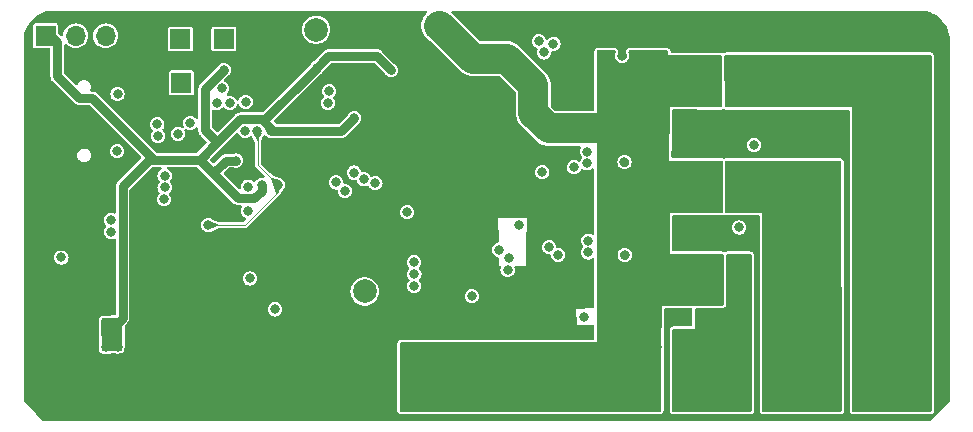
<source format=gbr>
%TF.GenerationSoftware,KiCad,Pcbnew,7.99.0-3012-g423a5b9961*%
%TF.CreationDate,2023-11-25T09:20:11+08:00*%
%TF.ProjectId,drvesc,64727665-7363-42e6-9b69-6361645f7063,V1.0*%
%TF.SameCoordinates,Original*%
%TF.FileFunction,Copper,L3,Inr*%
%TF.FilePolarity,Positive*%
%FSLAX46Y46*%
G04 Gerber Fmt 4.6, Leading zero omitted, Abs format (unit mm)*
G04 Created by KiCad (PCBNEW 7.99.0-3012-g423a5b9961) date 2023-11-25 09:20:11*
%MOMM*%
%LPD*%
G01*
G04 APERTURE LIST*
%TA.AperFunction,ComponentPad*%
%ADD10O,2.100000X1.000000*%
%TD*%
%TA.AperFunction,ComponentPad*%
%ADD11O,1.600000X1.000000*%
%TD*%
%TA.AperFunction,ComponentPad*%
%ADD12R,1.700000X1.700000*%
%TD*%
%TA.AperFunction,ComponentPad*%
%ADD13O,1.700000X1.700000*%
%TD*%
%TA.AperFunction,ComponentPad*%
%ADD14C,2.000000*%
%TD*%
%TA.AperFunction,ViaPad*%
%ADD15C,0.800000*%
%TD*%
%TA.AperFunction,Conductor*%
%ADD16C,2.540000*%
%TD*%
%TA.AperFunction,Conductor*%
%ADD17C,0.762000*%
%TD*%
%TA.AperFunction,Conductor*%
%ADD18C,0.125000*%
%TD*%
G04 APERTURE END LIST*
D10*
%TO.N,GND*%
%TO.C,J2*%
X103695400Y-102053200D03*
D11*
X99515400Y-102053200D03*
D10*
X103695400Y-110693200D03*
D11*
X99515400Y-110693200D03*
%TD*%
D12*
%TO.N,/UART1_RX*%
%TO.C,TP2*%
X111317000Y-99415600D03*
%TD*%
%TO.N,/+3V3*%
%TO.C,J3*%
X99900000Y-99136200D03*
D13*
%TO.N,/RP2040/SWLK*%
X102440000Y-99136200D03*
%TO.N,/RP2040/SWD*%
X104980000Y-99136200D03*
%TO.N,GND*%
X107520000Y-99136200D03*
%TD*%
D14*
%TO.N,/RP2040/USB_BOOT*%
%TO.C,SW2*%
X126923800Y-120774600D03*
%TO.N,GND*%
X126923800Y-114274600D03*
%TD*%
%TO.N,/RP2040/RUN*%
%TO.C,SW1*%
X122809000Y-98628200D03*
%TO.N,GND*%
X129309000Y-98628200D03*
%TD*%
D12*
%TO.N,/UART1_TX*%
%TO.C,TP3*%
X111400000Y-103124000D03*
%TD*%
%TO.N,/ESC_PWM*%
%TO.C,TP1*%
X115000000Y-99415600D03*
%TD*%
D15*
%TO.N,GND*%
X134776900Y-110512998D03*
X98933000Y-113817400D03*
X121400000Y-101700000D03*
X118000000Y-97700000D03*
X139069500Y-105686998D03*
X115798600Y-117602000D03*
X131881300Y-110512998D03*
X143142724Y-113969800D03*
X143142724Y-113055400D03*
X111761256Y-125428798D03*
X148914576Y-109834404D03*
X123115056Y-125454198D03*
X143244324Y-121753402D03*
X144082524Y-111252000D03*
X125934456Y-125454198D03*
X119614100Y-118005998D03*
X105944400Y-110312200D03*
X121700000Y-100700000D03*
X118365256Y-125428798D03*
X116816200Y-118300000D03*
X113640856Y-125428798D03*
X144184124Y-121753402D03*
X117218999Y-122478800D03*
X136250100Y-107515798D03*
X136275500Y-110512998D03*
X148933200Y-117703600D03*
X139103697Y-117972900D03*
X124994656Y-125454198D03*
X114147600Y-117525800D03*
X143142724Y-111252000D03*
X107875056Y-125428798D03*
X121214300Y-120291998D03*
X131855900Y-107515798D03*
X105919000Y-102412800D03*
X119588700Y-120317398D03*
X114580656Y-125428798D03*
X138506200Y-99161600D03*
X117201100Y-108277798D03*
X111370400Y-116471400D03*
X109881656Y-125428798D03*
X117963100Y-102486598D03*
X121392100Y-104848798D03*
X111892500Y-112189398D03*
X144018000Y-104015402D03*
X148717000Y-100840402D03*
X144082524Y-112141000D03*
X127814056Y-125454198D03*
X145516600Y-122948100D03*
X111917900Y-113129198D03*
X125150300Y-108455598D03*
X111892500Y-108074598D03*
X112701056Y-125428798D03*
X144082524Y-113055400D03*
X143078200Y-103101002D03*
X123042100Y-114297598D03*
X139951999Y-115189000D03*
X143244324Y-119924602D03*
X143244324Y-119035602D03*
X126874256Y-125454198D03*
X119588700Y-110665398D03*
X133252900Y-110512998D03*
X119305056Y-125428798D03*
X144184124Y-119924602D03*
X117425456Y-125428798D03*
X121214300Y-119174398D03*
X143078200Y-102212002D03*
X119614100Y-119174398D03*
X131855900Y-111884598D03*
X134751500Y-107515798D03*
X120244856Y-125428798D03*
X143244324Y-120839002D03*
X121184656Y-125428798D03*
X134751500Y-111884598D03*
X110821456Y-125428798D03*
X144018000Y-103101002D03*
X124054856Y-125454198D03*
X131881300Y-109090598D03*
X123190000Y-117322600D03*
X108800000Y-110900000D03*
X136250100Y-111884598D03*
X143142724Y-112141000D03*
X117201100Y-110665398D03*
X128728456Y-125454198D03*
X121214300Y-118005998D03*
X119588700Y-108277798D03*
X133227500Y-107515798D03*
X122099056Y-125428798D03*
X112748599Y-114145198D03*
X144018000Y-102212002D03*
X104394000Y-113766600D03*
X134776900Y-109090598D03*
X116485656Y-125428798D03*
X144018000Y-104929802D03*
X136275500Y-109090598D03*
X143078200Y-104929802D03*
X143078200Y-104015402D03*
X133227500Y-111884598D03*
X108814856Y-125428798D03*
X144184124Y-119035602D03*
X115495056Y-125428798D03*
X128828800Y-122250200D03*
X144184124Y-120839002D03*
X144082524Y-113969800D03*
X133252900Y-109090598D03*
%TO.N,/PVDD*%
X147929600Y-125501400D03*
X145034000Y-125476000D03*
X148971000Y-120370600D03*
X146989800Y-125501400D03*
X144119600Y-125476000D03*
X149987000Y-120370600D03*
X148971000Y-119430800D03*
X149987000Y-111683800D03*
X149987000Y-121310400D03*
X137515600Y-125476000D03*
X134696200Y-125476000D03*
X146050000Y-125501400D03*
X148971000Y-111683800D03*
X132816600Y-125476000D03*
X149961600Y-103555800D03*
X138430000Y-125476000D03*
X151663400Y-125501400D03*
X135636000Y-125476000D03*
X149961600Y-102616000D03*
X149809200Y-125501400D03*
X148971000Y-112623600D03*
X149987000Y-112623600D03*
X148945600Y-104495600D03*
X131749800Y-125476000D03*
X142240000Y-125476000D03*
X138986799Y-101066600D03*
X141300200Y-125476000D03*
X139420600Y-125476000D03*
X136575800Y-125476000D03*
X149961600Y-104495600D03*
X133172200Y-98196400D03*
X149987000Y-119430800D03*
X148869400Y-125501400D03*
X150749000Y-125501400D03*
X130810000Y-125476000D03*
X148971000Y-121310400D03*
X148945600Y-102616000D03*
X140360400Y-125476000D03*
X143179800Y-125476000D03*
X148971000Y-113563400D03*
X133756400Y-125476000D03*
X134493000Y-99491800D03*
X148945600Y-103555800D03*
X149987000Y-113563400D03*
%TO.N,/+3V3*%
X118184199Y-111757598D03*
X116003600Y-109699857D03*
X105003600Y-124434600D03*
X129159000Y-102057200D03*
X117193599Y-119684800D03*
X105029000Y-125450600D03*
X119329200Y-122301000D03*
X115000000Y-102031800D03*
X105003600Y-123418600D03*
X119004500Y-107210998D03*
X105994200Y-125450600D03*
X122890700Y-101826198D03*
X105968800Y-124434600D03*
X126039300Y-106093398D03*
X105994200Y-123418600D03*
%TO.N,/RP2040/+1.1V*%
X113662999Y-115161198D03*
X119581199Y-111757598D03*
X117836100Y-107210998D03*
%TO.N,/SH_A*%
X174396400Y-106476800D03*
X168757600Y-125552200D03*
X160197800Y-104648000D03*
X170637200Y-120827800D03*
X169722800Y-106476800D03*
X173482000Y-111099600D03*
X172466000Y-115798600D03*
X171526200Y-115798600D03*
X170662600Y-106476800D03*
X170586400Y-115798600D03*
X173405800Y-115798600D03*
X168656000Y-104622600D03*
X173482000Y-106476800D03*
X168656000Y-103530400D03*
X162991800Y-104648000D03*
X141657423Y-99588298D03*
X171577000Y-120827800D03*
X174396400Y-111099600D03*
X168757600Y-120827800D03*
X169722800Y-111099600D03*
X172542200Y-106476800D03*
X171577000Y-125552200D03*
X171602400Y-111099600D03*
X168783000Y-111099600D03*
X160197800Y-103555800D03*
X168783000Y-106476800D03*
X165760400Y-101346000D03*
X168706800Y-115798600D03*
X173456600Y-125552200D03*
X165760400Y-104622600D03*
X173456600Y-120827800D03*
X174320200Y-115798600D03*
X174371000Y-120827800D03*
X169697400Y-125552200D03*
X174371000Y-125552200D03*
X172516800Y-125552200D03*
X169646600Y-115798600D03*
X172516800Y-120827800D03*
X165760400Y-103530400D03*
X162991800Y-101371400D03*
X165760400Y-102438200D03*
X162991800Y-102463600D03*
X160197800Y-101371400D03*
X160197800Y-102463600D03*
X168656000Y-102438200D03*
X172542200Y-111099600D03*
X162991800Y-103555800D03*
X170662600Y-111099600D03*
X170637200Y-125552200D03*
X168656000Y-101346000D03*
X171602400Y-106476800D03*
X169697400Y-120827800D03*
%TO.N,/SH_B*%
X164896800Y-122174000D03*
X163017200Y-119075200D03*
X164896800Y-119075200D03*
X161137600Y-122174000D03*
X161137600Y-119075200D03*
X162077400Y-122174000D03*
X160731200Y-113690400D03*
X160731200Y-110261400D03*
X160731200Y-112598200D03*
X163017200Y-122174000D03*
X162026600Y-115798600D03*
X164846000Y-115798600D03*
X165836600Y-122174000D03*
X162077400Y-119075200D03*
X165836600Y-119075200D03*
X162966400Y-115798600D03*
X161137600Y-125552200D03*
X163906200Y-115798600D03*
X165785800Y-115798600D03*
X166751000Y-122174000D03*
X163957000Y-122174000D03*
X164896800Y-125552200D03*
X166700200Y-115798600D03*
X162077400Y-125552200D03*
X163017200Y-125552200D03*
X166751000Y-119075200D03*
X166751000Y-125552200D03*
X165836600Y-125552200D03*
X144638441Y-110260737D03*
X161086800Y-115798600D03*
X160731200Y-111353600D03*
X163957000Y-119075200D03*
X163957000Y-125552200D03*
%TO.N,/BOARD_TX*%
X115499300Y-104823398D03*
X105435400Y-115740206D03*
%TO.N,/BOARD_RX*%
X105435400Y-114740703D03*
X114400000Y-104823398D03*
%TO.N,/BOARD_TX_1*%
X101239400Y-117906800D03*
%TO.N,/RP2040/VBUS*%
X105968800Y-108915200D03*
X105994200Y-104063800D03*
%TO.N,/RP2040/SWLK*%
X116794700Y-107185598D03*
X111119700Y-107441004D03*
%TO.N,/RP2040/SWD*%
X112158894Y-106523598D03*
X116845500Y-104721798D03*
%TO.N,/GH_B*%
X141960600Y-110678698D03*
X159884599Y-108390201D03*
%TO.N,/SL_A*%
X138300999Y-117246400D03*
X142110923Y-100540948D03*
%TO.N,/GL_A*%
X142902050Y-99814448D03*
%TO.N,/SL_B*%
X139023671Y-118969193D03*
X145719800Y-109940103D03*
%TO.N,/GL_B*%
X145719800Y-108940600D03*
%TO.N,/RP2040/RUN*%
X114827619Y-103590818D03*
%TO.N,/NFAULT*%
X123804100Y-104823398D03*
X126019915Y-110724593D03*
%TO.N,/PWRGD*%
X123917590Y-103830359D03*
X130509700Y-114068998D03*
%TO.N,/NSCS*%
X124510945Y-111546453D03*
X126842096Y-111292198D03*
%TO.N,/SDI*%
X127823248Y-111616198D03*
X125239561Y-112275069D03*
%TO.N,/SO1*%
X131093900Y-118318898D03*
X109980000Y-110981486D03*
%TO.N,/SO2*%
X131127556Y-119317834D03*
X109980000Y-111980989D03*
%TO.N,/SO3*%
X109929199Y-112979200D03*
X131117515Y-120317286D03*
%TO.N,/GL_C*%
X143307807Y-117688821D03*
%TO.N,/SL_C*%
X142544800Y-117043200D03*
X135989599Y-121183400D03*
%TO.N,/SH_C*%
X156337000Y-123215400D03*
X158216600Y-125526800D03*
X153517600Y-124358400D03*
X156337000Y-125526800D03*
X145846800Y-117483903D03*
X157276800Y-124358400D03*
X155397200Y-124358400D03*
X154457400Y-124358400D03*
X154457400Y-125526800D03*
X157276800Y-125526800D03*
X158216600Y-124358400D03*
X158216600Y-123215400D03*
X153517600Y-125526800D03*
X159131000Y-125526800D03*
X159131000Y-124358400D03*
X156337000Y-124358400D03*
X159131000Y-123215400D03*
X155397200Y-125526800D03*
X157276800Y-123215400D03*
X155397200Y-123215400D03*
%TO.N,/GH_C*%
X158623000Y-115366800D03*
X145846800Y-116484400D03*
%TO.N,Net-(U3-USB_DM)*%
X117041199Y-111912400D03*
X109364507Y-106622022D03*
%TO.N,Net-(U3-USB_DP)*%
X109423200Y-107619800D03*
X117015799Y-113969800D03*
%TD*%
D16*
%TO.N,/PVDD*%
X138986799Y-101066600D02*
X141208700Y-103288501D01*
X133273800Y-98272600D02*
X133172200Y-98272600D01*
X138986799Y-101066600D02*
X136067800Y-101066600D01*
X136067800Y-101066600D02*
X134493000Y-99491800D01*
X141208700Y-103288501D02*
X141208700Y-105704175D01*
X134493000Y-99491800D02*
X133273800Y-98272600D01*
X141208700Y-105704175D02*
X142489325Y-106984800D01*
X142489325Y-106984800D02*
X147828000Y-106984800D01*
D17*
%TO.N,/+3V3*%
X118216837Y-106205098D02*
X119004500Y-106992761D01*
X114110331Y-110789669D02*
X115200143Y-109699857D01*
X117525800Y-112903000D02*
X118184199Y-112244601D01*
X118216837Y-106205098D02*
X118511800Y-106205098D01*
X106415900Y-111896756D02*
X108676156Y-109636500D01*
X116388563Y-106205098D02*
X118216837Y-106205098D01*
X108676156Y-109636500D02*
X109067600Y-109636500D01*
X122890700Y-101826198D02*
X122353349Y-102363549D01*
X115000000Y-102031800D02*
X113419000Y-103612800D01*
X103869800Y-104438700D02*
X102769619Y-104438700D01*
X122353349Y-102363549D02*
X123853498Y-100863400D01*
X106415900Y-122996900D02*
X106415900Y-111896756D01*
X100895900Y-99702100D02*
X100330000Y-99136200D01*
X127965200Y-100863400D02*
X129159000Y-102057200D01*
X116223661Y-112903000D02*
X117525800Y-112903000D01*
X119004500Y-106992761D02*
X119004500Y-107210998D01*
X102769619Y-104438700D02*
X100895900Y-102564981D01*
X124921700Y-107210998D02*
X119004500Y-107210998D01*
X114433731Y-108159931D02*
X116388563Y-106205098D01*
X109067600Y-109636500D02*
X112957161Y-109636500D01*
X112957161Y-109636500D02*
X114110331Y-110789669D01*
X123853498Y-100863400D02*
X127965200Y-100863400D01*
X113419000Y-103612800D02*
X113419000Y-107145200D01*
X112957161Y-109636500D02*
X114433731Y-108159931D01*
X113419000Y-107145200D02*
X114433731Y-108159931D01*
X126039300Y-106093398D02*
X124921700Y-107210998D01*
X109067600Y-109636500D02*
X103869800Y-104438700D01*
X105994200Y-123418600D02*
X106415900Y-122996900D01*
X118184199Y-112244601D02*
X118184199Y-111757598D01*
X118511800Y-106205098D02*
X122353349Y-102363549D01*
X100895900Y-102564981D02*
X100895900Y-99702100D01*
X115200143Y-109699857D02*
X116003600Y-109699857D01*
X114110331Y-110789669D02*
X116223661Y-112903000D01*
D18*
%TO.N,/RP2040/+1.1V*%
X116760611Y-115161198D02*
X119581199Y-112340610D01*
X117863100Y-107237998D02*
X117836100Y-107210998D01*
X119581199Y-111757598D02*
X117863100Y-110039499D01*
X117863100Y-110039499D02*
X117863100Y-107237998D01*
X119581199Y-112340610D02*
X119581199Y-111757598D01*
X113662999Y-115161198D02*
X116760611Y-115161198D01*
%TD*%
%TA.AperFunction,Conductor*%
%TO.N,/PVDD*%
G36*
X148080223Y-100361769D02*
G01*
X148147176Y-100381733D01*
X148192710Y-100434728D01*
X148202364Y-100503927D01*
X148194262Y-100533220D01*
X148131956Y-100683639D01*
X148131955Y-100683641D01*
X148111318Y-100840400D01*
X148111318Y-100840403D01*
X148131955Y-100997162D01*
X148131956Y-100997164D01*
X148192464Y-101143243D01*
X148288718Y-101268684D01*
X148414159Y-101364938D01*
X148560238Y-101425446D01*
X148638619Y-101435765D01*
X148716999Y-101446084D01*
X148717000Y-101446084D01*
X148717001Y-101446084D01*
X148769254Y-101439204D01*
X148873762Y-101425446D01*
X149019841Y-101364938D01*
X149145282Y-101268684D01*
X149241536Y-101143243D01*
X149302044Y-100997164D01*
X149322682Y-100840402D01*
X149314925Y-100781485D01*
X149302044Y-100683641D01*
X149302044Y-100683640D01*
X149241949Y-100538559D01*
X149234481Y-100469093D01*
X149265756Y-100406613D01*
X149325845Y-100370961D01*
X149357018Y-100367111D01*
X152505120Y-100380283D01*
X152572075Y-100400248D01*
X152617609Y-100453243D01*
X152628600Y-100504282D01*
X152628600Y-100761800D01*
X157051911Y-100761800D01*
X157118950Y-100781485D01*
X157164705Y-100834289D01*
X157175908Y-100885084D01*
X157179014Y-101425445D01*
X157199879Y-105055976D01*
X157180580Y-105123128D01*
X157128040Y-105169185D01*
X157075176Y-105180687D01*
X152730200Y-105155999D01*
X152730199Y-105156001D01*
X152679399Y-109702599D01*
X152679400Y-109702600D01*
X157102711Y-109702600D01*
X157169750Y-109722285D01*
X157215505Y-109775089D01*
X157226708Y-109825884D01*
X157241982Y-112483599D01*
X157250683Y-113997487D01*
X157231384Y-114064639D01*
X157178844Y-114110696D01*
X157126685Y-114122200D01*
X152755600Y-114122200D01*
X152755600Y-117602000D01*
X157178200Y-117602000D01*
X157245239Y-117621685D01*
X157290994Y-117674489D01*
X157302200Y-117726000D01*
X157302200Y-121872200D01*
X157282515Y-121939239D01*
X157229711Y-121984994D01*
X157178200Y-121996200D01*
X152069800Y-121996200D01*
X152044751Y-125853736D01*
X152041076Y-125865950D01*
X152044400Y-125095000D01*
X146582512Y-125088736D01*
X146575193Y-117703601D01*
X148327518Y-117703601D01*
X148348155Y-117860360D01*
X148348156Y-117860362D01*
X148408664Y-118006441D01*
X148504918Y-118131882D01*
X148630359Y-118228136D01*
X148776438Y-118288644D01*
X148854819Y-118298963D01*
X148933199Y-118309282D01*
X148933200Y-118309282D01*
X148933201Y-118309282D01*
X148985454Y-118302402D01*
X149089962Y-118288644D01*
X149236041Y-118228136D01*
X149361482Y-118131882D01*
X149457736Y-118006441D01*
X149518244Y-117860362D01*
X149538882Y-117703600D01*
X149535049Y-117674489D01*
X149518244Y-117546839D01*
X149518244Y-117546838D01*
X149457736Y-117400759D01*
X149361482Y-117275318D01*
X149236041Y-117179064D01*
X149089962Y-117118556D01*
X149089960Y-117118555D01*
X148933201Y-117097918D01*
X148933199Y-117097918D01*
X148776439Y-117118555D01*
X148776437Y-117118556D01*
X148630360Y-117179063D01*
X148504918Y-117275318D01*
X148408663Y-117400760D01*
X148348156Y-117546837D01*
X148348155Y-117546839D01*
X148327518Y-117703598D01*
X148327518Y-117703601D01*
X146575193Y-117703601D01*
X146567394Y-109834405D01*
X148308894Y-109834405D01*
X148329531Y-109991164D01*
X148329532Y-109991166D01*
X148390040Y-110137245D01*
X148486294Y-110262686D01*
X148611735Y-110358940D01*
X148757814Y-110419448D01*
X148836195Y-110429767D01*
X148914575Y-110440086D01*
X148914576Y-110440086D01*
X148914577Y-110440086D01*
X148966830Y-110433206D01*
X149071338Y-110419448D01*
X149217417Y-110358940D01*
X149342858Y-110262686D01*
X149439112Y-110137245D01*
X149499620Y-109991166D01*
X149520258Y-109834404D01*
X149519136Y-109825884D01*
X149499620Y-109677643D01*
X149499620Y-109677642D01*
X149439112Y-109531563D01*
X149342858Y-109406122D01*
X149217417Y-109309868D01*
X149071338Y-109249360D01*
X149071336Y-109249359D01*
X148914577Y-109228722D01*
X148914575Y-109228722D01*
X148757815Y-109249359D01*
X148757813Y-109249360D01*
X148611736Y-109309867D01*
X148486294Y-109406122D01*
X148390039Y-109531564D01*
X148329532Y-109677641D01*
X148329531Y-109677643D01*
X148308894Y-109834402D01*
X148308894Y-109834405D01*
X146567394Y-109834405D01*
X146558123Y-100480041D01*
X146577741Y-100412984D01*
X146630500Y-100367177D01*
X146682639Y-100355921D01*
X148080223Y-100361769D01*
G37*
%TD.AperFunction*%
%TD*%
%TA.AperFunction,Conductor*%
%TO.N,/SH_A*%
G36*
X174872708Y-100756156D02*
G01*
X174918529Y-100808903D01*
X174929800Y-100860556D01*
X174929800Y-130863800D01*
X174910115Y-130930839D01*
X174857311Y-130976594D01*
X174805800Y-130987800D01*
X168297522Y-130987800D01*
X168230483Y-130968115D01*
X168184728Y-130915311D01*
X168173522Y-130863678D01*
X168198800Y-105206799D01*
X157528894Y-105186629D01*
X157461891Y-105166818D01*
X157416236Y-105113927D01*
X157406259Y-105059219D01*
X157405401Y-105059224D01*
X157405376Y-105054795D01*
X157381405Y-100883903D01*
X157381403Y-100883892D01*
X157381399Y-100883058D01*
X157400698Y-100815906D01*
X157453238Y-100769849D01*
X157505239Y-100758345D01*
X174805645Y-100736556D01*
X174872708Y-100756156D01*
G37*
%TD.AperFunction*%
%TD*%
%TA.AperFunction,Conductor*%
%TO.N,/SH_B*%
G36*
X167202334Y-109722285D02*
G01*
X167248089Y-109775089D01*
X167259295Y-109826304D01*
X167309503Y-130863504D01*
X167289978Y-130930590D01*
X167237284Y-130976471D01*
X167185503Y-130987800D01*
X160702800Y-130987800D01*
X160635761Y-130968115D01*
X160590006Y-130915311D01*
X160578800Y-130863800D01*
X160578800Y-114122200D01*
X157580193Y-114122200D01*
X157513154Y-114102515D01*
X157467399Y-114049711D01*
X157456195Y-113998913D01*
X157432220Y-109827313D01*
X157451519Y-109760161D01*
X157504059Y-109714104D01*
X157556218Y-109702600D01*
X167135295Y-109702600D01*
X167202334Y-109722285D01*
G37*
%TD.AperFunction*%
%TD*%
%TA.AperFunction,Conductor*%
%TO.N,/PVDD*%
G36*
X152044400Y-125095000D02*
G01*
X152041076Y-125865952D01*
X152041076Y-125865954D01*
X152019532Y-130864334D01*
X151999559Y-130931288D01*
X151946558Y-130976815D01*
X151895533Y-130987800D01*
X130019600Y-130987800D01*
X129952561Y-130968115D01*
X129906806Y-130915311D01*
X129895600Y-130863800D01*
X129895600Y-125193742D01*
X129915285Y-125126703D01*
X129968089Y-125080948D01*
X130019740Y-125069742D01*
X152044400Y-125095000D01*
G37*
%TD.AperFunction*%
%TD*%
%TA.AperFunction,Conductor*%
%TO.N,/SH_C*%
G36*
X159632839Y-117621685D02*
G01*
X159678594Y-117674489D01*
X159689800Y-117726000D01*
X159689800Y-130863800D01*
X159670115Y-130930839D01*
X159617311Y-130976594D01*
X159565800Y-130987800D01*
X153057400Y-130987800D01*
X152990361Y-130968115D01*
X152944606Y-130915311D01*
X152933400Y-130863800D01*
X152933400Y-124076000D01*
X152953085Y-124008961D01*
X153005889Y-123963206D01*
X153057400Y-123952000D01*
X154863800Y-123952000D01*
X154863800Y-122325700D01*
X154883485Y-122258661D01*
X154936289Y-122212906D01*
X154987800Y-122201700D01*
X157178191Y-122201700D01*
X157178200Y-122201700D01*
X157221884Y-122197003D01*
X157247639Y-122191400D01*
X157273393Y-122185798D01*
X157277574Y-122184775D01*
X157283573Y-122183310D01*
X157364285Y-122140300D01*
X157417089Y-122094545D01*
X157435043Y-122076954D01*
X157479690Y-121997137D01*
X157499375Y-121930098D01*
X157507700Y-121872200D01*
X157507700Y-117726000D01*
X157527385Y-117658961D01*
X157580189Y-117613206D01*
X157631700Y-117602000D01*
X159565800Y-117602000D01*
X159632839Y-117621685D01*
G37*
%TD.AperFunction*%
%TD*%
%TA.AperFunction,Conductor*%
%TO.N,GND*%
G36*
X116169616Y-107348923D02*
G01*
X116225549Y-107390795D01*
X116240843Y-107417652D01*
X116259642Y-107463038D01*
X116270164Y-107488439D01*
X116366418Y-107613880D01*
X116491859Y-107710134D01*
X116637938Y-107770642D01*
X116716319Y-107780961D01*
X116794699Y-107791280D01*
X116794700Y-107791280D01*
X116794701Y-107791280D01*
X116846954Y-107784400D01*
X116951462Y-107770642D01*
X117097541Y-107710134D01*
X117207180Y-107626005D01*
X117272347Y-107600811D01*
X117340792Y-107614849D01*
X117390782Y-107663663D01*
X117392649Y-107667113D01*
X117460549Y-107797516D01*
X117584857Y-108036253D01*
X117586084Y-108038608D01*
X117600100Y-108095876D01*
X117600100Y-110001386D01*
X117597717Y-110025578D01*
X117594948Y-110039498D01*
X117594948Y-110039501D01*
X117615359Y-110142114D01*
X117615359Y-110142115D01*
X117615360Y-110142116D01*
X117656062Y-110203032D01*
X117670335Y-110224393D01*
X117673489Y-110229112D01*
X117685291Y-110236998D01*
X117704083Y-110252420D01*
X118408862Y-110957199D01*
X118442347Y-111018522D01*
X118437363Y-111088214D01*
X118395491Y-111144147D01*
X118330027Y-111168564D01*
X118304996Y-111167819D01*
X118184200Y-111151916D01*
X118184198Y-111151916D01*
X118027438Y-111172553D01*
X118027436Y-111172554D01*
X117881359Y-111233061D01*
X117781563Y-111309637D01*
X117755917Y-111329316D01*
X117664112Y-111448960D01*
X117654715Y-111461206D01*
X117653509Y-111460281D01*
X117609533Y-111502210D01*
X117540926Y-111515430D01*
X117476062Y-111489460D01*
X117473641Y-111487311D01*
X117469482Y-111484120D01*
X117469481Y-111484118D01*
X117344040Y-111387864D01*
X117312836Y-111374939D01*
X117197961Y-111327356D01*
X117197959Y-111327355D01*
X117041200Y-111306718D01*
X117041198Y-111306718D01*
X116884438Y-111327355D01*
X116884436Y-111327356D01*
X116738359Y-111387863D01*
X116612917Y-111484118D01*
X116516662Y-111609560D01*
X116456155Y-111755637D01*
X116456154Y-111755639D01*
X116435517Y-111912398D01*
X116435517Y-111912401D01*
X116445463Y-111987951D01*
X116434697Y-112056986D01*
X116388317Y-112109242D01*
X116321048Y-112128127D01*
X116254248Y-112107646D01*
X116234843Y-112091817D01*
X115699749Y-111556723D01*
X115020374Y-110877347D01*
X114986891Y-110816027D01*
X114991875Y-110746335D01*
X115020374Y-110701990D01*
X115404689Y-110317676D01*
X115466012Y-110284191D01*
X115492370Y-110281357D01*
X115817288Y-110281357D01*
X115838735Y-110284180D01*
X115838780Y-110283840D01*
X115846837Y-110284900D01*
X115846838Y-110284901D01*
X115926494Y-110295387D01*
X116003599Y-110305539D01*
X116003600Y-110305539D01*
X116003601Y-110305539D01*
X116073694Y-110296311D01*
X116160362Y-110284901D01*
X116306441Y-110224393D01*
X116431882Y-110128139D01*
X116528136Y-110002698D01*
X116588644Y-109856619D01*
X116606469Y-109721226D01*
X116609282Y-109699858D01*
X116609282Y-109699855D01*
X116591612Y-109565637D01*
X116588644Y-109543095D01*
X116528136Y-109397016D01*
X116431882Y-109271575D01*
X116306441Y-109175321D01*
X116205051Y-109133324D01*
X116160362Y-109114813D01*
X116160360Y-109114812D01*
X116003601Y-109094175D01*
X116003599Y-109094175D01*
X115979407Y-109097360D01*
X115846838Y-109114813D01*
X115846837Y-109114813D01*
X115838780Y-109115874D01*
X115838735Y-109115533D01*
X115817288Y-109118357D01*
X115242326Y-109118357D01*
X115234227Y-109117826D01*
X115211332Y-109114812D01*
X115200144Y-109113339D01*
X115200142Y-109113339D01*
X115048342Y-109133323D01*
X115048337Y-109133325D01*
X114906885Y-109191915D01*
X114906883Y-109191917D01*
X114839737Y-109243441D01*
X114785411Y-109285126D01*
X114764478Y-109312406D01*
X114759127Y-109318507D01*
X114198011Y-109879622D01*
X114136688Y-109913107D01*
X114066996Y-109908123D01*
X114022649Y-109879622D01*
X113867207Y-109724180D01*
X113833722Y-109662857D01*
X113838706Y-109593165D01*
X113867207Y-109548818D01*
X114103619Y-109312406D01*
X114815104Y-108600921D01*
X114821171Y-108595601D01*
X114848462Y-108574662D01*
X114869392Y-108547383D01*
X114874726Y-108541300D01*
X116038603Y-107377422D01*
X116099924Y-107343939D01*
X116169616Y-107348923D01*
G37*
%TD.AperFunction*%
%TA.AperFunction,Conductor*%
G36*
X132129863Y-97022285D02*
G01*
X132175618Y-97075089D01*
X132185562Y-97144247D01*
X132156537Y-97207803D01*
X132146816Y-97217820D01*
X132100946Y-97260047D01*
X132086607Y-97273247D01*
X132086604Y-97273250D01*
X131936929Y-97465552D01*
X131936923Y-97465561D01*
X131820943Y-97679875D01*
X131820937Y-97679889D01*
X131741811Y-97910373D01*
X131708674Y-98108956D01*
X131701700Y-98150751D01*
X131701700Y-98394449D01*
X131706138Y-98421047D01*
X131741811Y-98634826D01*
X131820937Y-98865310D01*
X131820943Y-98865324D01*
X131936923Y-99079638D01*
X131936929Y-99079647D01*
X132086604Y-99271949D01*
X132086606Y-99271951D01*
X132086610Y-99271956D01*
X132265905Y-99437008D01*
X132469921Y-99570299D01*
X132487700Y-99578097D01*
X132525571Y-99603972D01*
X134960715Y-102039116D01*
X134965806Y-102044881D01*
X134975393Y-102057198D01*
X134982210Y-102065956D01*
X134982212Y-102065957D01*
X134982213Y-102065959D01*
X135049494Y-102127895D01*
X135071007Y-102149409D01*
X135071008Y-102149409D01*
X135094232Y-102169079D01*
X135161507Y-102231010D01*
X135183856Y-102245611D01*
X135190014Y-102250202D01*
X135210398Y-102267467D01*
X135288971Y-102314286D01*
X135365521Y-102364299D01*
X135365523Y-102364300D01*
X135365525Y-102364301D01*
X135389967Y-102375022D01*
X135396807Y-102378542D01*
X135411547Y-102387325D01*
X135419748Y-102392212D01*
X135419752Y-102392213D01*
X135419755Y-102392215D01*
X135467193Y-102410725D01*
X135504946Y-102425456D01*
X135588693Y-102462191D01*
X135610572Y-102467731D01*
X135614575Y-102468745D01*
X135621900Y-102471092D01*
X135633447Y-102475597D01*
X135646775Y-102480798D01*
X135736267Y-102499562D01*
X135824934Y-102522016D01*
X135851553Y-102524221D01*
X135859152Y-102525327D01*
X135885287Y-102530808D01*
X135976649Y-102534587D01*
X136006975Y-102537100D01*
X136006976Y-102537100D01*
X136037396Y-102537100D01*
X136128777Y-102540880D01*
X136155287Y-102537575D01*
X136162957Y-102537100D01*
X138326336Y-102537100D01*
X138393375Y-102556785D01*
X138414017Y-102573419D01*
X139701881Y-103861283D01*
X139735366Y-103922606D01*
X139738200Y-103948964D01*
X139738200Y-105609026D01*
X139737724Y-105616695D01*
X139734998Y-105638566D01*
X139734421Y-105643198D01*
X139738200Y-105734564D01*
X139738200Y-105764998D01*
X139740713Y-105795335D01*
X139744491Y-105886683D01*
X139749970Y-105912814D01*
X139751078Y-105920422D01*
X139753283Y-105947038D01*
X139753284Y-105947041D01*
X139775736Y-106035704D01*
X139788690Y-106097485D01*
X139794503Y-106125204D01*
X139804209Y-106150077D01*
X139806555Y-106157402D01*
X139813107Y-106183275D01*
X139813111Y-106183288D01*
X139849842Y-106267025D01*
X139883088Y-106352228D01*
X139896753Y-106375159D01*
X139900274Y-106382000D01*
X139910999Y-106406452D01*
X139961012Y-106483003D01*
X140005164Y-106557098D01*
X140007833Y-106561577D01*
X140021766Y-106578028D01*
X140025093Y-106581956D01*
X140029690Y-106588121D01*
X140044291Y-106610469D01*
X140106222Y-106677744D01*
X140125892Y-106700968D01*
X140125892Y-106700969D01*
X140147403Y-106722480D01*
X140209334Y-106789755D01*
X140209337Y-106789758D01*
X140209344Y-106789765D01*
X140222336Y-106799877D01*
X140230418Y-106806168D01*
X140236182Y-106811258D01*
X141382240Y-107957316D01*
X141387331Y-107963081D01*
X141397745Y-107976461D01*
X141403735Y-107984156D01*
X141403737Y-107984157D01*
X141403738Y-107984159D01*
X141471019Y-108046095D01*
X141492531Y-108067608D01*
X141515755Y-108087277D01*
X141583032Y-108149210D01*
X141605381Y-108163811D01*
X141611539Y-108168402D01*
X141631923Y-108185667D01*
X141631924Y-108185668D01*
X141710489Y-108232482D01*
X141787046Y-108282499D01*
X141811507Y-108293229D01*
X141818341Y-108296747D01*
X141841273Y-108310411D01*
X141926461Y-108343651D01*
X142010218Y-108380391D01*
X142036111Y-108386948D01*
X142043416Y-108389289D01*
X142068299Y-108398998D01*
X142157797Y-108417763D01*
X142246453Y-108440215D01*
X142246456Y-108440215D01*
X142246459Y-108440216D01*
X142273077Y-108442421D01*
X142280676Y-108443527D01*
X142306811Y-108449008D01*
X142398166Y-108452786D01*
X142428500Y-108455300D01*
X142428501Y-108455300D01*
X142458935Y-108455300D01*
X142550301Y-108459079D01*
X142576803Y-108455775D01*
X142584473Y-108455300D01*
X145085832Y-108455300D01*
X145152871Y-108474985D01*
X145198626Y-108527789D01*
X145208570Y-108596947D01*
X145197212Y-108629769D01*
X145198374Y-108630251D01*
X145134756Y-108783837D01*
X145134755Y-108783839D01*
X145114118Y-108940598D01*
X145114118Y-108940601D01*
X145134755Y-109097360D01*
X145134756Y-109097362D01*
X145195264Y-109243441D01*
X145288437Y-109364866D01*
X145313630Y-109430034D01*
X145299592Y-109498478D01*
X145288436Y-109515837D01*
X145195264Y-109637260D01*
X145164752Y-109710924D01*
X145120911Y-109765327D01*
X145054616Y-109787392D01*
X144986917Y-109770113D01*
X144974705Y-109761847D01*
X144941283Y-109736201D01*
X144795203Y-109675693D01*
X144795201Y-109675692D01*
X144638442Y-109655055D01*
X144638440Y-109655055D01*
X144481680Y-109675692D01*
X144481678Y-109675693D01*
X144335601Y-109736200D01*
X144210159Y-109832455D01*
X144113904Y-109957897D01*
X144053397Y-110103974D01*
X144053396Y-110103976D01*
X144032759Y-110260735D01*
X144032759Y-110260738D01*
X144053396Y-110417497D01*
X144053397Y-110417499D01*
X144083393Y-110489917D01*
X144113905Y-110563578D01*
X144210159Y-110689019D01*
X144335600Y-110785273D01*
X144481679Y-110845781D01*
X144560060Y-110856100D01*
X144638440Y-110866419D01*
X144638441Y-110866419D01*
X144638442Y-110866419D01*
X144690695Y-110859539D01*
X144795203Y-110845781D01*
X144941282Y-110785273D01*
X145066723Y-110689019D01*
X145162977Y-110563578D01*
X145193489Y-110489913D01*
X145237328Y-110435513D01*
X145303622Y-110413447D01*
X145371321Y-110430725D01*
X145383528Y-110438986D01*
X145416959Y-110464639D01*
X145563038Y-110525147D01*
X145641419Y-110535466D01*
X145719799Y-110545785D01*
X145719800Y-110545785D01*
X145719801Y-110545785D01*
X145772054Y-110538905D01*
X145876562Y-110525147D01*
X146022641Y-110464639D01*
X146148082Y-110368385D01*
X146148088Y-110368376D01*
X146150821Y-110365645D01*
X146153701Y-110364071D01*
X146154529Y-110363437D01*
X146154627Y-110363565D01*
X146212142Y-110332156D01*
X146281834Y-110337137D01*
X146337770Y-110379005D01*
X146362191Y-110444468D01*
X146362507Y-110453198D01*
X146367881Y-115875755D01*
X146348263Y-115942814D01*
X146295504Y-115988621D01*
X146226356Y-115998633D01*
X146168395Y-115974254D01*
X146149642Y-115959864D01*
X146003562Y-115899356D01*
X146003560Y-115899355D01*
X145846801Y-115878718D01*
X145846799Y-115878718D01*
X145690039Y-115899355D01*
X145690037Y-115899356D01*
X145543960Y-115959863D01*
X145418518Y-116056118D01*
X145322263Y-116181560D01*
X145261756Y-116327637D01*
X145261755Y-116327639D01*
X145241118Y-116484398D01*
X145241118Y-116484401D01*
X145261755Y-116641160D01*
X145261756Y-116641162D01*
X145295183Y-116721863D01*
X145322264Y-116787241D01*
X145415437Y-116908666D01*
X145440630Y-116973834D01*
X145426592Y-117042278D01*
X145415436Y-117059637D01*
X145322264Y-117181060D01*
X145261756Y-117327140D01*
X145261755Y-117327142D01*
X145241118Y-117483901D01*
X145241118Y-117483904D01*
X145261755Y-117640663D01*
X145261756Y-117640665D01*
X145287824Y-117703600D01*
X145322264Y-117786744D01*
X145418518Y-117912185D01*
X145543959Y-118008439D01*
X145690038Y-118068947D01*
X145768419Y-118079266D01*
X145846799Y-118089585D01*
X145846800Y-118089585D01*
X145846801Y-118089585D01*
X145903009Y-118082185D01*
X146003562Y-118068947D01*
X146149641Y-118008439D01*
X146170590Y-117992364D01*
X146235757Y-117967170D01*
X146304202Y-117981208D01*
X146354193Y-118030021D01*
X146370076Y-118090617D01*
X146374025Y-122076202D01*
X146354407Y-122143261D01*
X146301648Y-122189068D01*
X146254373Y-122200249D01*
X144830799Y-122250199D01*
X144856199Y-123621800D01*
X144856199Y-123621799D01*
X144856200Y-123621800D01*
X146251193Y-123616371D01*
X146318307Y-123635794D01*
X146364267Y-123688420D01*
X146375674Y-123740247D01*
X146376683Y-124758734D01*
X146357065Y-124825793D01*
X146304306Y-124871600D01*
X146252541Y-124882857D01*
X145123407Y-124881562D01*
X145115377Y-124881031D01*
X145034002Y-124870318D01*
X145033997Y-124870318D01*
X144954168Y-124880827D01*
X144945996Y-124881358D01*
X144200971Y-124880504D01*
X144192941Y-124879973D01*
X144119601Y-124870318D01*
X144119598Y-124870318D01*
X144047663Y-124879788D01*
X144039491Y-124880319D01*
X143252911Y-124879416D01*
X143244882Y-124878885D01*
X143179803Y-124870318D01*
X143179797Y-124870318D01*
X143128181Y-124877113D01*
X143118944Y-124878329D01*
X143115981Y-124878719D01*
X143107809Y-124879250D01*
X142304853Y-124878329D01*
X142296824Y-124877798D01*
X142240003Y-124870318D01*
X142239997Y-124870318D01*
X142184295Y-124877651D01*
X142176123Y-124878182D01*
X141356794Y-124877242D01*
X141348765Y-124876711D01*
X141300202Y-124870318D01*
X141300200Y-124870318D01*
X141277402Y-124873319D01*
X141252612Y-124876582D01*
X141244441Y-124877113D01*
X140408737Y-124876155D01*
X140400708Y-124875624D01*
X140360402Y-124870318D01*
X140360400Y-124870318D01*
X140345093Y-124872333D01*
X140320926Y-124875514D01*
X140312755Y-124876045D01*
X139460679Y-124875068D01*
X139452649Y-124874537D01*
X139420601Y-124870318D01*
X139420597Y-124870318D01*
X139389241Y-124874446D01*
X139381069Y-124874977D01*
X138461375Y-124873922D01*
X138453345Y-124873391D01*
X138430002Y-124870318D01*
X138429996Y-124870318D01*
X138407190Y-124873319D01*
X138399022Y-124873850D01*
X137538939Y-124872864D01*
X137530909Y-124872333D01*
X137515603Y-124870318D01*
X137515600Y-124870318D01*
X137500692Y-124872280D01*
X137492521Y-124872811D01*
X136590877Y-124871776D01*
X136582854Y-124871246D01*
X136578506Y-124870674D01*
X136575801Y-124870318D01*
X136575800Y-124870318D01*
X136569005Y-124871212D01*
X136560839Y-124871742D01*
X135642815Y-124870689D01*
X135637193Y-124870318D01*
X135634634Y-124870318D01*
X135629148Y-124870674D01*
X130019981Y-124864241D01*
X130019973Y-124864242D01*
X129976172Y-124868913D01*
X129924517Y-124880120D01*
X129914229Y-124882631D01*
X129914227Y-124882631D01*
X129914227Y-124882632D01*
X129904267Y-124887939D01*
X129833516Y-124925641D01*
X129833513Y-124925643D01*
X129788844Y-124964349D01*
X129780711Y-124971397D01*
X129762759Y-124988985D01*
X129762754Y-124988991D01*
X129718111Y-125068801D01*
X129718109Y-125068806D01*
X129698426Y-125135838D01*
X129690100Y-125193745D01*
X129690100Y-130863807D01*
X129694797Y-130907486D01*
X129706002Y-130958993D01*
X129708489Y-130969170D01*
X129708491Y-130969175D01*
X129719605Y-130990032D01*
X129751500Y-131049885D01*
X129797255Y-131102689D01*
X129814846Y-131120643D01*
X129814847Y-131120644D01*
X129814849Y-131120645D01*
X129894659Y-131165288D01*
X129894663Y-131165290D01*
X129961702Y-131184975D01*
X130019600Y-131193300D01*
X130019604Y-131193300D01*
X151895534Y-131193300D01*
X151904183Y-131192379D01*
X151938783Y-131188697D01*
X151979603Y-131179909D01*
X151989809Y-131177712D01*
X151999560Y-131175362D01*
X151999560Y-131175361D01*
X151999564Y-131175361D01*
X152080461Y-131132700D01*
X152115399Y-131102689D01*
X152133471Y-131087166D01*
X152133470Y-131087166D01*
X152151495Y-131069656D01*
X152162741Y-131049750D01*
X152196484Y-130990032D01*
X152216457Y-130923078D01*
X152225030Y-130865220D01*
X152246479Y-125888847D01*
X152247860Y-125870922D01*
X152250247Y-125855070D01*
X152251659Y-125637393D01*
X152252186Y-125629730D01*
X152269082Y-125501400D01*
X152253876Y-125385911D01*
X152253347Y-125377418D01*
X152273170Y-122324894D01*
X152293289Y-122257985D01*
X152346389Y-122212574D01*
X152397167Y-122201700D01*
X154534300Y-122201700D01*
X154601339Y-122221385D01*
X154647094Y-122274189D01*
X154658300Y-122325700D01*
X154658300Y-123622500D01*
X154638615Y-123689539D01*
X154585811Y-123735294D01*
X154534300Y-123746500D01*
X153057392Y-123746500D01*
X153013713Y-123751197D01*
X152962207Y-123762402D01*
X152952029Y-123764889D01*
X152952024Y-123764891D01*
X152871316Y-123807899D01*
X152871313Y-123807901D01*
X152826644Y-123846607D01*
X152818511Y-123853655D01*
X152800559Y-123871243D01*
X152800554Y-123871249D01*
X152755911Y-123951059D01*
X152755909Y-123951064D01*
X152736226Y-124018096D01*
X152727900Y-124076003D01*
X152727900Y-130863807D01*
X152732597Y-130907486D01*
X152743802Y-130958993D01*
X152746289Y-130969170D01*
X152746291Y-130969175D01*
X152757405Y-130990032D01*
X152789300Y-131049885D01*
X152835055Y-131102689D01*
X152852646Y-131120643D01*
X152852647Y-131120644D01*
X152852649Y-131120645D01*
X152932459Y-131165288D01*
X152932463Y-131165290D01*
X152999502Y-131184975D01*
X153057400Y-131193300D01*
X153057404Y-131193300D01*
X159565791Y-131193300D01*
X159565800Y-131193300D01*
X159609484Y-131188603D01*
X159635239Y-131183000D01*
X159660993Y-131177398D01*
X159665174Y-131176375D01*
X159671173Y-131174910D01*
X159751885Y-131131900D01*
X159804689Y-131086145D01*
X159822643Y-131068554D01*
X159867290Y-130988737D01*
X159886975Y-130921698D01*
X159895300Y-130863800D01*
X159895300Y-117726000D01*
X159890603Y-117682316D01*
X159883330Y-117648882D01*
X159879398Y-117630807D01*
X159876910Y-117620629D01*
X159876910Y-117620627D01*
X159833900Y-117539915D01*
X159788145Y-117487111D01*
X159770556Y-117469159D01*
X159770550Y-117469154D01*
X159690740Y-117424511D01*
X159690735Y-117424509D01*
X159623703Y-117404826D01*
X159623699Y-117404825D01*
X159623698Y-117404825D01*
X159565800Y-117396500D01*
X157631700Y-117396500D01*
X157631692Y-117396500D01*
X157588013Y-117401197D01*
X157536507Y-117412402D01*
X157526329Y-117414889D01*
X157526323Y-117414891D01*
X157462971Y-117448650D01*
X157394550Y-117462804D01*
X157344126Y-117447437D01*
X157303137Y-117424510D01*
X157303135Y-117424509D01*
X157236103Y-117404826D01*
X157236099Y-117404825D01*
X157236098Y-117404825D01*
X157178200Y-117396500D01*
X157178196Y-117396500D01*
X153085100Y-117396500D01*
X153018061Y-117376815D01*
X152972306Y-117324011D01*
X152961100Y-117272500D01*
X152961100Y-115366801D01*
X158017318Y-115366801D01*
X158037955Y-115523560D01*
X158037956Y-115523562D01*
X158062759Y-115583443D01*
X158098464Y-115669641D01*
X158194718Y-115795082D01*
X158320159Y-115891336D01*
X158466238Y-115951844D01*
X158527149Y-115959863D01*
X158622999Y-115972482D01*
X158623000Y-115972482D01*
X158623001Y-115972482D01*
X158675254Y-115965602D01*
X158779762Y-115951844D01*
X158925841Y-115891336D01*
X159051282Y-115795082D01*
X159147536Y-115669641D01*
X159208044Y-115523562D01*
X159228682Y-115366800D01*
X159228508Y-115365482D01*
X159208044Y-115210039D01*
X159208044Y-115210038D01*
X159147536Y-115063959D01*
X159051282Y-114938518D01*
X158925841Y-114842264D01*
X158779762Y-114781756D01*
X158779760Y-114781755D01*
X158623001Y-114761118D01*
X158622999Y-114761118D01*
X158466239Y-114781755D01*
X158466237Y-114781756D01*
X158320160Y-114842263D01*
X158194718Y-114938518D01*
X158098463Y-115063960D01*
X158037956Y-115210037D01*
X158037955Y-115210039D01*
X158017318Y-115366798D01*
X158017318Y-115366801D01*
X152961100Y-115366801D01*
X152961100Y-114451700D01*
X152980785Y-114384661D01*
X153033589Y-114338906D01*
X153085100Y-114327700D01*
X157126678Y-114327700D01*
X157126685Y-114327700D01*
X157145529Y-114325646D01*
X157170940Y-114322878D01*
X157170943Y-114322877D01*
X157170946Y-114322877D01*
X157223105Y-114311373D01*
X157233844Y-114308699D01*
X157294688Y-114275826D01*
X157363024Y-114261280D01*
X157414159Y-114276701D01*
X157455256Y-114299690D01*
X157522295Y-114319375D01*
X157580193Y-114327700D01*
X160249300Y-114327700D01*
X160316339Y-114347385D01*
X160362094Y-114400189D01*
X160373300Y-114451700D01*
X160373300Y-130863807D01*
X160377997Y-130907486D01*
X160389202Y-130958993D01*
X160391689Y-130969170D01*
X160391691Y-130969175D01*
X160402805Y-130990032D01*
X160434700Y-131049885D01*
X160480455Y-131102689D01*
X160498046Y-131120643D01*
X160498047Y-131120644D01*
X160498049Y-131120645D01*
X160577859Y-131165288D01*
X160577863Y-131165290D01*
X160644902Y-131184975D01*
X160702800Y-131193300D01*
X160702804Y-131193300D01*
X167185493Y-131193300D01*
X167185503Y-131193300D01*
X167229425Y-131188551D01*
X167272575Y-131179110D01*
X167281207Y-131177222D01*
X167283772Y-131176590D01*
X167291621Y-131174657D01*
X167372229Y-131131455D01*
X167424923Y-131085574D01*
X167442834Y-131067941D01*
X167487291Y-130988017D01*
X167506816Y-130920931D01*
X167515002Y-130863014D01*
X167464794Y-109825814D01*
X167460046Y-109782379D01*
X167448840Y-109731164D01*
X167446405Y-109721227D01*
X167403395Y-109640515D01*
X167357640Y-109587711D01*
X167340051Y-109569759D01*
X167340045Y-109569754D01*
X167260235Y-109525111D01*
X167260230Y-109525109D01*
X167193198Y-109505426D01*
X167193194Y-109505425D01*
X167193193Y-109505425D01*
X167135295Y-109497100D01*
X157556218Y-109497100D01*
X157556213Y-109497100D01*
X157556201Y-109497101D01*
X157511962Y-109501921D01*
X157470091Y-109511156D01*
X157459798Y-109513427D01*
X157450119Y-109515837D01*
X157449059Y-109516101D01*
X157449055Y-109516102D01*
X157388216Y-109548972D01*
X157319877Y-109563519D01*
X157268741Y-109548096D01*
X157233633Y-109528458D01*
X157227648Y-109525110D01*
X157227647Y-109525109D01*
X157227646Y-109525109D01*
X157160614Y-109505426D01*
X157160610Y-109505425D01*
X157160609Y-109505425D01*
X157102711Y-109497100D01*
X157102707Y-109497100D01*
X153012602Y-109497100D01*
X152945563Y-109477415D01*
X152899808Y-109424611D01*
X152888610Y-109371715D01*
X152899577Y-108390202D01*
X159278917Y-108390202D01*
X159299554Y-108546961D01*
X159299555Y-108546963D01*
X159360063Y-108693042D01*
X159456317Y-108818483D01*
X159581758Y-108914737D01*
X159727837Y-108975245D01*
X159806218Y-108985564D01*
X159884598Y-108995883D01*
X159884599Y-108995883D01*
X159884600Y-108995883D01*
X159936853Y-108989003D01*
X160041361Y-108975245D01*
X160187440Y-108914737D01*
X160312881Y-108818483D01*
X160409135Y-108693042D01*
X160469643Y-108546963D01*
X160490281Y-108390201D01*
X160488989Y-108380391D01*
X160469643Y-108233440D01*
X160469643Y-108233439D01*
X160409135Y-108087360D01*
X160312881Y-107961919D01*
X160187440Y-107865665D01*
X160041361Y-107805157D01*
X160041359Y-107805156D01*
X159884600Y-107784519D01*
X159884598Y-107784519D01*
X159727838Y-107805156D01*
X159727836Y-107805157D01*
X159581759Y-107865664D01*
X159456317Y-107961919D01*
X159360062Y-108087361D01*
X159299555Y-108233438D01*
X159299554Y-108233440D01*
X159278917Y-108390199D01*
X159278917Y-108390202D01*
X152899577Y-108390202D01*
X152900780Y-108282499D01*
X152932025Y-105485969D01*
X152952457Y-105419154D01*
X153005769Y-105373992D01*
X153056718Y-105363357D01*
X157074008Y-105386184D01*
X157118866Y-105381489D01*
X157171730Y-105369987D01*
X157183040Y-105367188D01*
X157238376Y-105337291D01*
X157306711Y-105322743D01*
X157358053Y-105338281D01*
X157403624Y-105363884D01*
X157403625Y-105363885D01*
X157454457Y-105378914D01*
X157470627Y-105383695D01*
X157470631Y-105383695D01*
X157470633Y-105383696D01*
X157481512Y-105385281D01*
X157528506Y-105392129D01*
X167869210Y-105411675D01*
X167936211Y-105431486D01*
X167981866Y-105484377D01*
X167992974Y-105535797D01*
X167968022Y-130863473D01*
X167968023Y-130863492D01*
X167972696Y-130907258D01*
X167983903Y-130958896D01*
X167986411Y-130969172D01*
X167986412Y-130969174D01*
X167997527Y-130990032D01*
X168029422Y-131049885D01*
X168075177Y-131102689D01*
X168092768Y-131120643D01*
X168092769Y-131120644D01*
X168092771Y-131120645D01*
X168172581Y-131165288D01*
X168172585Y-131165290D01*
X168239624Y-131184975D01*
X168297522Y-131193300D01*
X168297526Y-131193300D01*
X174805791Y-131193300D01*
X174805800Y-131193300D01*
X174849484Y-131188603D01*
X174875239Y-131183000D01*
X174900993Y-131177398D01*
X174905174Y-131176375D01*
X174911173Y-131174910D01*
X174991885Y-131131900D01*
X175044689Y-131086145D01*
X175062643Y-131068554D01*
X175107290Y-130988737D01*
X175126975Y-130921698D01*
X175135300Y-130863800D01*
X175135300Y-100860556D01*
X175130576Y-100816746D01*
X175119305Y-100765093D01*
X175116777Y-100754793D01*
X175073667Y-100674135D01*
X175027846Y-100621388D01*
X175027840Y-100621381D01*
X175027841Y-100621382D01*
X175019606Y-100612999D01*
X175010230Y-100603454D01*
X174930356Y-100558908D01*
X174863293Y-100539308D01*
X174840130Y-100536007D01*
X174805389Y-100531056D01*
X174805386Y-100531056D01*
X174739691Y-100531138D01*
X157504987Y-100552844D01*
X157460847Y-100557696D01*
X157421849Y-100566324D01*
X157408849Y-100569200D01*
X157403543Y-100570523D01*
X157398237Y-100571846D01*
X157375168Y-100584310D01*
X157334965Y-100606031D01*
X157334265Y-100606409D01*
X157265926Y-100620956D01*
X157214789Y-100605533D01*
X157211072Y-100603454D01*
X157176848Y-100584310D01*
X157176847Y-100584309D01*
X157176846Y-100584309D01*
X157109814Y-100564626D01*
X157109810Y-100564625D01*
X157109809Y-100564625D01*
X157051911Y-100556300D01*
X157051907Y-100556300D01*
X152950152Y-100556300D01*
X152883113Y-100536615D01*
X152837358Y-100483811D01*
X152828931Y-100458403D01*
X152828084Y-100454468D01*
X152818504Y-100409981D01*
X152816148Y-100400210D01*
X152806380Y-100381692D01*
X152773479Y-100319322D01*
X152773477Y-100319319D01*
X152727945Y-100266326D01*
X152710428Y-100248298D01*
X152710427Y-100248297D01*
X152630797Y-100203317D01*
X152630796Y-100203316D01*
X152630795Y-100203316D01*
X152603770Y-100195257D01*
X152563842Y-100183352D01*
X152505980Y-100174785D01*
X151454436Y-100170385D01*
X149351352Y-100161585D01*
X149351349Y-100161585D01*
X149351348Y-100161585D01*
X149350246Y-100161650D01*
X149338316Y-100162359D01*
X149338311Y-100162359D01*
X149338310Y-100162360D01*
X149329596Y-100163436D01*
X149300653Y-100167011D01*
X149220987Y-100194225D01*
X149220984Y-100194226D01*
X149160894Y-100229880D01*
X149140102Y-100244004D01*
X149081992Y-100314627D01*
X149050717Y-100377108D01*
X149050717Y-100377107D01*
X149040862Y-100400230D01*
X149031221Y-100482043D01*
X149030158Y-100491059D01*
X149037626Y-100560525D01*
X149037626Y-100560528D01*
X149037627Y-100560529D01*
X149052087Y-100617187D01*
X149052095Y-100617210D01*
X149095585Y-100722205D01*
X149103963Y-100753471D01*
X149113277Y-100824215D01*
X149113277Y-100856587D01*
X149103963Y-100927332D01*
X149095585Y-100958598D01*
X149068279Y-101024521D01*
X149052093Y-101052556D01*
X149008653Y-101109167D01*
X148985765Y-101132055D01*
X148929155Y-101175494D01*
X148901121Y-101191680D01*
X148835196Y-101218987D01*
X148803929Y-101227365D01*
X148733185Y-101236679D01*
X148700813Y-101236679D01*
X148630068Y-101227365D01*
X148598802Y-101218987D01*
X148532879Y-101191681D01*
X148504844Y-101175495D01*
X148448233Y-101132055D01*
X148425345Y-101109167D01*
X148381906Y-101052557D01*
X148365720Y-101024523D01*
X148338413Y-100958598D01*
X148330035Y-100927331D01*
X148321244Y-100860556D01*
X148320721Y-100856580D01*
X148320721Y-100824217D01*
X148330034Y-100753469D01*
X148338412Y-100722205D01*
X148348559Y-100697710D01*
X148386535Y-100606029D01*
X148390643Y-100594087D01*
X148390643Y-100594086D01*
X148390645Y-100594081D01*
X148390645Y-100594082D01*
X148397526Y-100569200D01*
X148400428Y-100558708D01*
X148405465Y-100482046D01*
X148405893Y-100475538D01*
X148405892Y-100475536D01*
X148405893Y-100475533D01*
X148396239Y-100406334D01*
X148391249Y-100381695D01*
X148348578Y-100300804D01*
X148303044Y-100247809D01*
X148298108Y-100242729D01*
X148285531Y-100229785D01*
X148285526Y-100229781D01*
X148205902Y-100184803D01*
X148205895Y-100184800D01*
X148167467Y-100173342D01*
X148138944Y-100164837D01*
X148116978Y-100161585D01*
X148081087Y-100156271D01*
X147149360Y-100152372D01*
X146683499Y-100150423D01*
X146683498Y-100150423D01*
X146683497Y-100150423D01*
X146654015Y-100153507D01*
X146639274Y-100155049D01*
X146633614Y-100156271D01*
X146587134Y-100166305D01*
X146576445Y-100168912D01*
X146576443Y-100168913D01*
X146495775Y-100212002D01*
X146495765Y-100212008D01*
X146454533Y-100247809D01*
X146443014Y-100257810D01*
X146425076Y-100275420D01*
X146425075Y-100275421D01*
X146425074Y-100275421D01*
X146380509Y-100355278D01*
X146380507Y-100355284D01*
X146360891Y-100422331D01*
X146360889Y-100422342D01*
X146352623Y-100480238D01*
X146352623Y-100480245D01*
X146357107Y-105005233D01*
X146357489Y-105390177D01*
X146337871Y-105457236D01*
X146285112Y-105503043D01*
X146233489Y-105514300D01*
X143149788Y-105514300D01*
X143082749Y-105494615D01*
X143062107Y-105477981D01*
X142715519Y-105131393D01*
X142682034Y-105070070D01*
X142679200Y-105043712D01*
X142679200Y-103383657D01*
X142679677Y-103375981D01*
X142680735Y-103367487D01*
X142682980Y-103349478D01*
X142679200Y-103258096D01*
X142679200Y-103227676D01*
X142676687Y-103197350D01*
X142672908Y-103105988D01*
X142667427Y-103079853D01*
X142666320Y-103072247D01*
X142665826Y-103066280D01*
X142664116Y-103045635D01*
X142641662Y-102956968D01*
X142622898Y-102867476D01*
X142617697Y-102854148D01*
X142613192Y-102842601D01*
X142610845Y-102835276D01*
X142604291Y-102809395D01*
X142603264Y-102807054D01*
X142567556Y-102725647D01*
X142543065Y-102662882D01*
X142534315Y-102640456D01*
X142534313Y-102640453D01*
X142534312Y-102640449D01*
X142520642Y-102617508D01*
X142517122Y-102610668D01*
X142506401Y-102586226D01*
X142506400Y-102586224D01*
X142506399Y-102586222D01*
X142456386Y-102509672D01*
X142409567Y-102431099D01*
X142392302Y-102410715D01*
X142387711Y-102404557D01*
X142373110Y-102382208D01*
X142311179Y-102314933D01*
X142291509Y-102291709D01*
X142291509Y-102291708D01*
X142269995Y-102270195D01*
X142208059Y-102202914D01*
X142208057Y-102202913D01*
X142208056Y-102202911D01*
X142189621Y-102188562D01*
X142186981Y-102186507D01*
X142181216Y-102181416D01*
X140093882Y-100094082D01*
X140088792Y-100088318D01*
X140082501Y-100080236D01*
X140072389Y-100067244D01*
X140072382Y-100067237D01*
X140072379Y-100067234D01*
X140005104Y-100005303D01*
X139983593Y-99983792D01*
X139983592Y-99983792D01*
X139983590Y-99983790D01*
X139960368Y-99964122D01*
X139893094Y-99902192D01*
X139893093Y-99902191D01*
X139870745Y-99887590D01*
X139864580Y-99882993D01*
X139851631Y-99872026D01*
X139844201Y-99865733D01*
X139844198Y-99865731D01*
X139844199Y-99865731D01*
X139765627Y-99818912D01*
X139689076Y-99768899D01*
X139664624Y-99758174D01*
X139657787Y-99754655D01*
X139641685Y-99745060D01*
X139634852Y-99740988D01*
X139549649Y-99707742D01*
X139465912Y-99671011D01*
X139465899Y-99671007D01*
X139440026Y-99664455D01*
X139432707Y-99662110D01*
X139407828Y-99652403D01*
X139407829Y-99652403D01*
X139407825Y-99652402D01*
X139318328Y-99633636D01*
X139272834Y-99622115D01*
X139229662Y-99611183D01*
X139203046Y-99608978D01*
X139195441Y-99607870D01*
X139169312Y-99602392D01*
X139169307Y-99602391D01*
X139169310Y-99602391D01*
X139077959Y-99598613D01*
X139067846Y-99597775D01*
X139047624Y-99596100D01*
X139047622Y-99596100D01*
X139017188Y-99596100D01*
X138925823Y-99592321D01*
X138925822Y-99592321D01*
X138899319Y-99595624D01*
X138891650Y-99596100D01*
X136728263Y-99596100D01*
X136701696Y-99588299D01*
X141051741Y-99588299D01*
X141072378Y-99745058D01*
X141072379Y-99745060D01*
X141130544Y-99885484D01*
X141132887Y-99891139D01*
X141229141Y-100016580D01*
X141354582Y-100112834D01*
X141482169Y-100165682D01*
X141536572Y-100209523D01*
X141558637Y-100275817D01*
X141549278Y-100327694D01*
X141525879Y-100384185D01*
X141525878Y-100384187D01*
X141505241Y-100540946D01*
X141505241Y-100540949D01*
X141525878Y-100697708D01*
X141525879Y-100697710D01*
X141584983Y-100840401D01*
X141586387Y-100843789D01*
X141682641Y-100969230D01*
X141808082Y-101065484D01*
X141954161Y-101125992D01*
X142032542Y-101136311D01*
X142110922Y-101146630D01*
X142110923Y-101146630D01*
X142110924Y-101146630D01*
X142163177Y-101139750D01*
X142267685Y-101125992D01*
X142413764Y-101065484D01*
X142539205Y-100969230D01*
X142635459Y-100843789D01*
X142695967Y-100697710D01*
X142716605Y-100540948D01*
X142716605Y-100540946D01*
X142716605Y-100537110D01*
X142717521Y-100533989D01*
X142717666Y-100532890D01*
X142717837Y-100532912D01*
X142736290Y-100470071D01*
X142789094Y-100424316D01*
X142856788Y-100414171D01*
X142902050Y-100420130D01*
X143058812Y-100399492D01*
X143204891Y-100338984D01*
X143330332Y-100242730D01*
X143426586Y-100117289D01*
X143487094Y-99971210D01*
X143507732Y-99814448D01*
X143501735Y-99768899D01*
X143487985Y-99664455D01*
X143487094Y-99657686D01*
X143426586Y-99511607D01*
X143330332Y-99386166D01*
X143204891Y-99289912D01*
X143161541Y-99271956D01*
X143058812Y-99229404D01*
X143058810Y-99229403D01*
X142902051Y-99208766D01*
X142902049Y-99208766D01*
X142745289Y-99229403D01*
X142745287Y-99229404D01*
X142599210Y-99289911D01*
X142473767Y-99386167D01*
X142442095Y-99427443D01*
X142385667Y-99468645D01*
X142315921Y-99472799D01*
X142255001Y-99438586D01*
X142229159Y-99399408D01*
X142181959Y-99285457D01*
X142085705Y-99160016D01*
X141960264Y-99063762D01*
X141814185Y-99003254D01*
X141814183Y-99003253D01*
X141657424Y-98982616D01*
X141657422Y-98982616D01*
X141500662Y-99003253D01*
X141500660Y-99003254D01*
X141354583Y-99063761D01*
X141229141Y-99160016D01*
X141132886Y-99285458D01*
X141072379Y-99431535D01*
X141072378Y-99431537D01*
X141051741Y-99588296D01*
X141051741Y-99588299D01*
X136701696Y-99588299D01*
X136661224Y-99576415D01*
X136640582Y-99559781D01*
X134380883Y-97300082D01*
X134375793Y-97294318D01*
X134369502Y-97286236D01*
X134359390Y-97273244D01*
X134359383Y-97273237D01*
X134359380Y-97273234D01*
X134299194Y-97217829D01*
X134263203Y-97157942D01*
X134265304Y-97088104D01*
X134304828Y-97030488D01*
X134369228Y-97003387D01*
X134383177Y-97002600D01*
X173953799Y-97002600D01*
X173957010Y-97002652D01*
X174113936Y-97005218D01*
X174120989Y-97005737D01*
X174438019Y-97047475D01*
X174445975Y-97049058D01*
X174754333Y-97131683D01*
X174762020Y-97134293D01*
X174963698Y-97217830D01*
X175056954Y-97256458D01*
X175064231Y-97260047D01*
X175340696Y-97419664D01*
X175347441Y-97424170D01*
X175600712Y-97618512D01*
X175606802Y-97623853D01*
X175832545Y-97849596D01*
X175837891Y-97855692D01*
X176032227Y-98108956D01*
X176036738Y-98115707D01*
X176196352Y-98392168D01*
X176199943Y-98399449D01*
X176322106Y-98694379D01*
X176324716Y-98702066D01*
X176407341Y-99010424D01*
X176408925Y-99018387D01*
X176442307Y-99271949D01*
X176450660Y-99335390D01*
X176451182Y-99342476D01*
X176453800Y-99502601D01*
X176453800Y-130073408D01*
X176434115Y-130140447D01*
X176418169Y-130160396D01*
X175726532Y-130863012D01*
X175406080Y-131188551D01*
X174890034Y-131712788D01*
X174828976Y-131746755D01*
X174801665Y-131749800D01*
X99721535Y-131749800D01*
X99654496Y-131730115D01*
X99633166Y-131712788D01*
X99117120Y-131188551D01*
X98796668Y-130863012D01*
X98105031Y-130160396D01*
X98072030Y-130098811D01*
X98069400Y-130073408D01*
X98069400Y-117906801D01*
X100633718Y-117906801D01*
X100654355Y-118063560D01*
X100654356Y-118063562D01*
X100714864Y-118209641D01*
X100811118Y-118335082D01*
X100936559Y-118431336D01*
X101082638Y-118491844D01*
X101161019Y-118502163D01*
X101239399Y-118512482D01*
X101239400Y-118512482D01*
X101239401Y-118512482D01*
X101291654Y-118505602D01*
X101396162Y-118491844D01*
X101542241Y-118431336D01*
X101667682Y-118335082D01*
X101763936Y-118209641D01*
X101824444Y-118063562D01*
X101845082Y-117906800D01*
X101842951Y-117890616D01*
X101824444Y-117750039D01*
X101824444Y-117750038D01*
X101763936Y-117603959D01*
X101667682Y-117478518D01*
X101542241Y-117382264D01*
X101509026Y-117368506D01*
X101396162Y-117321756D01*
X101396160Y-117321755D01*
X101239401Y-117301118D01*
X101239399Y-117301118D01*
X101082639Y-117321755D01*
X101082637Y-117321756D01*
X100936560Y-117382263D01*
X100811118Y-117478518D01*
X100714863Y-117603960D01*
X100654356Y-117750037D01*
X100654355Y-117750039D01*
X100633718Y-117906798D01*
X100633718Y-117906801D01*
X98069400Y-117906801D01*
X98069400Y-109263200D01*
X102584934Y-109263200D01*
X102604712Y-109413434D01*
X102604713Y-109413436D01*
X102662392Y-109552686D01*
X102662702Y-109553433D01*
X102754949Y-109673651D01*
X102875167Y-109765898D01*
X103015164Y-109823887D01*
X103127680Y-109838700D01*
X103127687Y-109838700D01*
X103203113Y-109838700D01*
X103203120Y-109838700D01*
X103315636Y-109823887D01*
X103455633Y-109765898D01*
X103575851Y-109673651D01*
X103668098Y-109553433D01*
X103726087Y-109413436D01*
X103745866Y-109263200D01*
X103743264Y-109243439D01*
X103734296Y-109175320D01*
X103726087Y-109112964D01*
X103668098Y-108972967D01*
X103623772Y-108915201D01*
X105363118Y-108915201D01*
X105383755Y-109071960D01*
X105383756Y-109071962D01*
X105402753Y-109117826D01*
X105444264Y-109218041D01*
X105540518Y-109343482D01*
X105665959Y-109439736D01*
X105812038Y-109500244D01*
X105890419Y-109510563D01*
X105968799Y-109520882D01*
X105968800Y-109520882D01*
X105968801Y-109520882D01*
X106037625Y-109511821D01*
X106125562Y-109500244D01*
X106271641Y-109439736D01*
X106397082Y-109343482D01*
X106493336Y-109218041D01*
X106553844Y-109071962D01*
X106574482Y-108915200D01*
X106553844Y-108758438D01*
X106493336Y-108612359D01*
X106397082Y-108486918D01*
X106271641Y-108390664D01*
X106270523Y-108390201D01*
X106125562Y-108330156D01*
X106125560Y-108330155D01*
X105968801Y-108309518D01*
X105968799Y-108309518D01*
X105812039Y-108330155D01*
X105812037Y-108330156D01*
X105665960Y-108390663D01*
X105540518Y-108486918D01*
X105444263Y-108612360D01*
X105383756Y-108758437D01*
X105383755Y-108758439D01*
X105363118Y-108915198D01*
X105363118Y-108915201D01*
X103623772Y-108915201D01*
X103575851Y-108852749D01*
X103455633Y-108760502D01*
X103455629Y-108760500D01*
X103392201Y-108734227D01*
X103315636Y-108702513D01*
X103301571Y-108700661D01*
X103203127Y-108687700D01*
X103203120Y-108687700D01*
X103127680Y-108687700D01*
X103127672Y-108687700D01*
X103015164Y-108702513D01*
X103015163Y-108702513D01*
X102875170Y-108760500D01*
X102875167Y-108760501D01*
X102875167Y-108760502D01*
X102754949Y-108852749D01*
X102687538Y-108940601D01*
X102662700Y-108972970D01*
X102604713Y-109112963D01*
X102604712Y-109112965D01*
X102584934Y-109263199D01*
X102584934Y-109263200D01*
X98069400Y-109263200D01*
X98069400Y-100005952D01*
X98849500Y-100005952D01*
X98861131Y-100064429D01*
X98861132Y-100064430D01*
X98905447Y-100130752D01*
X98971769Y-100175067D01*
X98971770Y-100175068D01*
X99030247Y-100186699D01*
X99030250Y-100186700D01*
X99030252Y-100186700D01*
X100190400Y-100186700D01*
X100257439Y-100206385D01*
X100303194Y-100259189D01*
X100314400Y-100310700D01*
X100314400Y-102522797D01*
X100313869Y-102530898D01*
X100309382Y-102564979D01*
X100309382Y-102564982D01*
X100329366Y-102716781D01*
X100329368Y-102716786D01*
X100387959Y-102858240D01*
X100458653Y-102950371D01*
X100458670Y-102950390D01*
X100481169Y-102979712D01*
X100508445Y-103000641D01*
X100514535Y-103005982D01*
X102328613Y-104820059D01*
X102333958Y-104826155D01*
X102354888Y-104853431D01*
X102385389Y-104876835D01*
X102476360Y-104946640D01*
X102617817Y-105005233D01*
X102693718Y-105015225D01*
X102769618Y-105025218D01*
X102769619Y-105025218D01*
X102769620Y-105025218D01*
X102782722Y-105023492D01*
X102803703Y-105020730D01*
X102811802Y-105020200D01*
X103577572Y-105020200D01*
X103644611Y-105039885D01*
X103665253Y-105056519D01*
X107961830Y-109353096D01*
X107995315Y-109414419D01*
X107990331Y-109484111D01*
X107961830Y-109528458D01*
X106034546Y-111455742D01*
X106028445Y-111461094D01*
X106001166Y-111482027D01*
X105985680Y-111502210D01*
X105977768Y-111512521D01*
X105977765Y-111512525D01*
X105976586Y-111514062D01*
X105907959Y-111603497D01*
X105878917Y-111673613D01*
X105854858Y-111731697D01*
X105852661Y-111736999D01*
X105849367Y-111744951D01*
X105849367Y-111744953D01*
X105847961Y-111755637D01*
X105835961Y-111846787D01*
X105829382Y-111896756D01*
X105832675Y-111921772D01*
X105833869Y-111930836D01*
X105834400Y-111938938D01*
X105834400Y-114070418D01*
X105814715Y-114137457D01*
X105761911Y-114183212D01*
X105692753Y-114193156D01*
X105662948Y-114184979D01*
X105592165Y-114155660D01*
X105592160Y-114155658D01*
X105435401Y-114135021D01*
X105435399Y-114135021D01*
X105278639Y-114155658D01*
X105278637Y-114155659D01*
X105132560Y-114216166D01*
X105007118Y-114312421D01*
X104910863Y-114437863D01*
X104850356Y-114583940D01*
X104850355Y-114583942D01*
X104829718Y-114740701D01*
X104829718Y-114740704D01*
X104850355Y-114897463D01*
X104850356Y-114897465D01*
X104910864Y-115043544D01*
X105004037Y-115164969D01*
X105029230Y-115230137D01*
X105015192Y-115298581D01*
X105004036Y-115315940D01*
X104910864Y-115437363D01*
X104850356Y-115583443D01*
X104850355Y-115583445D01*
X104829718Y-115740204D01*
X104829718Y-115740207D01*
X104850355Y-115896966D01*
X104850356Y-115896968D01*
X104910864Y-116043047D01*
X105007118Y-116168488D01*
X105132559Y-116264742D01*
X105278638Y-116325250D01*
X105357019Y-116335569D01*
X105435399Y-116345888D01*
X105435400Y-116345888D01*
X105435401Y-116345888D01*
X105487654Y-116339008D01*
X105592162Y-116325250D01*
X105662949Y-116295928D01*
X105732416Y-116288460D01*
X105794895Y-116319735D01*
X105830548Y-116379823D01*
X105834400Y-116410490D01*
X105834400Y-122692525D01*
X105814715Y-122759564D01*
X105761911Y-122805319D01*
X105712171Y-122816512D01*
X105106616Y-122825164D01*
X105088660Y-122824116D01*
X105003601Y-122812918D01*
X105003597Y-122812918D01*
X104890306Y-122827832D01*
X104883099Y-122828356D01*
X104851583Y-122828807D01*
X104743009Y-122830358D01*
X104743001Y-122830358D01*
X104742999Y-122830359D01*
X104720461Y-122833077D01*
X104699914Y-122835556D01*
X104649163Y-122847217D01*
X104639536Y-122849675D01*
X104559215Y-122893410D01*
X104559214Y-122893411D01*
X104506829Y-122939636D01*
X104506829Y-122939635D01*
X104489028Y-122957393D01*
X104445102Y-123037608D01*
X104426022Y-123104820D01*
X104426022Y-123104823D01*
X104418218Y-123162792D01*
X104419036Y-123253541D01*
X104418508Y-123262202D01*
X104397918Y-123418598D01*
X104397918Y-123418601D01*
X104419616Y-123583418D01*
X104419371Y-123583450D01*
X104422194Y-123604167D01*
X104427829Y-124229655D01*
X104420030Y-124269815D01*
X104420660Y-124269984D01*
X104418556Y-124277835D01*
X104397918Y-124434599D01*
X104397918Y-124434601D01*
X104418555Y-124591360D01*
X104418556Y-124591361D01*
X104422151Y-124600041D01*
X104431583Y-124646373D01*
X104437795Y-125335977D01*
X104437267Y-125344638D01*
X104432391Y-125381682D01*
X104423318Y-125450600D01*
X104430005Y-125501398D01*
X104439474Y-125573318D01*
X104440002Y-125580858D01*
X104441366Y-125732301D01*
X104446933Y-125777994D01*
X104459695Y-125831671D01*
X104462975Y-125843804D01*
X104462977Y-125843808D01*
X104508340Y-125923221D01*
X104538056Y-125955543D01*
X104555626Y-125974655D01*
X104573741Y-125992087D01*
X104654837Y-126034367D01*
X104722427Y-126052072D01*
X104780542Y-126058690D01*
X104780550Y-126058689D01*
X104780553Y-126058690D01*
X104834752Y-126057095D01*
X104988631Y-126052569D01*
X105008439Y-126053575D01*
X105029000Y-126056282D01*
X105073821Y-126050380D01*
X105080052Y-126049879D01*
X105792759Y-126028918D01*
X105829037Y-126035579D01*
X105829584Y-126033540D01*
X105837434Y-126035643D01*
X105837436Y-126035643D01*
X105837438Y-126035644D01*
X105945557Y-126049878D01*
X105994199Y-126056282D01*
X105994200Y-126056282D01*
X105994201Y-126056282D01*
X106026178Y-126052072D01*
X106150962Y-126035644D01*
X106174773Y-126025780D01*
X106218581Y-126016393D01*
X106261977Y-126015118D01*
X106301653Y-126010057D01*
X106348491Y-125999369D01*
X106354829Y-125997816D01*
X106435929Y-125955543D01*
X106461848Y-125933493D01*
X106489141Y-125910276D01*
X106489142Y-125910275D01*
X106507258Y-125892844D01*
X106507258Y-125892843D01*
X106507262Y-125892840D01*
X106552633Y-125813431D01*
X106572926Y-125746573D01*
X106581776Y-125688756D01*
X106582723Y-125584436D01*
X106583252Y-125576910D01*
X106599882Y-125450600D01*
X106599882Y-125450599D01*
X106585538Y-125341652D01*
X106585010Y-125332985D01*
X106598459Y-123853655D01*
X106599988Y-123685415D01*
X106620281Y-123618558D01*
X106636293Y-123598871D01*
X106797257Y-123437906D01*
X106803350Y-123432563D01*
X106830631Y-123411631D01*
X106862791Y-123369718D01*
X106882813Y-123343627D01*
X106900625Y-123320412D01*
X106923840Y-123290159D01*
X106982433Y-123148702D01*
X107002418Y-122996900D01*
X106997931Y-122962817D01*
X106997400Y-122954716D01*
X106997400Y-122301001D01*
X118723518Y-122301001D01*
X118744155Y-122457760D01*
X118744156Y-122457762D01*
X118804664Y-122603841D01*
X118900918Y-122729282D01*
X119026359Y-122825536D01*
X119172438Y-122886044D01*
X119250819Y-122896363D01*
X119329199Y-122906682D01*
X119329200Y-122906682D01*
X119329201Y-122906682D01*
X119381454Y-122899802D01*
X119485962Y-122886044D01*
X119632041Y-122825536D01*
X119757482Y-122729282D01*
X119853736Y-122603841D01*
X119914244Y-122457762D01*
X119934882Y-122301000D01*
X119930511Y-122267802D01*
X119914244Y-122144239D01*
X119914244Y-122144238D01*
X119853736Y-121998159D01*
X119757482Y-121872718D01*
X119632041Y-121776464D01*
X119485962Y-121715956D01*
X119485960Y-121715955D01*
X119329201Y-121695318D01*
X119329199Y-121695318D01*
X119172439Y-121715955D01*
X119172437Y-121715956D01*
X119026360Y-121776463D01*
X118900918Y-121872718D01*
X118804663Y-121998160D01*
X118744156Y-122144237D01*
X118744155Y-122144239D01*
X118723518Y-122300998D01*
X118723518Y-122301001D01*
X106997400Y-122301001D01*
X106997400Y-120774600D01*
X125718157Y-120774600D01*
X125738684Y-120996135D01*
X125738685Y-120996137D01*
X125799569Y-121210123D01*
X125799575Y-121210138D01*
X125898738Y-121409283D01*
X125898743Y-121409291D01*
X126032820Y-121586838D01*
X126197237Y-121736723D01*
X126197239Y-121736725D01*
X126386395Y-121853845D01*
X126386396Y-121853845D01*
X126386399Y-121853847D01*
X126593860Y-121934218D01*
X126812557Y-121975100D01*
X126812559Y-121975100D01*
X127035041Y-121975100D01*
X127035043Y-121975100D01*
X127253740Y-121934218D01*
X127461201Y-121853847D01*
X127650362Y-121736724D01*
X127814781Y-121586836D01*
X127948858Y-121409289D01*
X128048029Y-121210128D01*
X128055633Y-121183401D01*
X135383917Y-121183401D01*
X135404554Y-121340160D01*
X135404555Y-121340162D01*
X135465063Y-121486241D01*
X135561317Y-121611682D01*
X135686758Y-121707936D01*
X135832837Y-121768444D01*
X135893748Y-121776463D01*
X135989598Y-121789082D01*
X135989599Y-121789082D01*
X135989600Y-121789082D01*
X136041853Y-121782202D01*
X136146361Y-121768444D01*
X136292440Y-121707936D01*
X136417881Y-121611682D01*
X136514135Y-121486241D01*
X136574643Y-121340162D01*
X136595281Y-121183400D01*
X136574643Y-121026638D01*
X136514135Y-120880559D01*
X136417881Y-120755118D01*
X136292440Y-120658864D01*
X136146361Y-120598356D01*
X136146359Y-120598355D01*
X135989600Y-120577718D01*
X135989598Y-120577718D01*
X135832838Y-120598355D01*
X135832836Y-120598356D01*
X135686759Y-120658863D01*
X135561317Y-120755118D01*
X135465062Y-120880560D01*
X135404555Y-121026637D01*
X135404554Y-121026639D01*
X135383917Y-121183398D01*
X135383917Y-121183401D01*
X128055633Y-121183401D01*
X128108915Y-120996136D01*
X128129443Y-120774600D01*
X128111199Y-120577718D01*
X128108915Y-120553064D01*
X128108914Y-120553062D01*
X128048030Y-120339076D01*
X128048029Y-120339072D01*
X128048024Y-120339061D01*
X127948861Y-120139916D01*
X127948856Y-120139908D01*
X127814779Y-119962361D01*
X127650362Y-119812476D01*
X127650360Y-119812474D01*
X127461204Y-119695354D01*
X127461198Y-119695352D01*
X127253740Y-119614982D01*
X127035043Y-119574100D01*
X126812557Y-119574100D01*
X126593860Y-119614982D01*
X126462664Y-119665807D01*
X126386401Y-119695352D01*
X126386395Y-119695354D01*
X126197239Y-119812474D01*
X126197237Y-119812476D01*
X126032820Y-119962361D01*
X125898743Y-120139908D01*
X125898738Y-120139916D01*
X125799575Y-120339061D01*
X125799569Y-120339076D01*
X125738685Y-120553062D01*
X125738684Y-120553064D01*
X125718157Y-120774599D01*
X125718157Y-120774600D01*
X106997400Y-120774600D01*
X106997400Y-119684801D01*
X116587917Y-119684801D01*
X116608554Y-119841560D01*
X116608555Y-119841562D01*
X116669063Y-119987641D01*
X116765317Y-120113082D01*
X116890758Y-120209336D01*
X117036837Y-120269844D01*
X117115218Y-120280163D01*
X117193598Y-120290482D01*
X117193599Y-120290482D01*
X117193600Y-120290482D01*
X117245853Y-120283602D01*
X117350361Y-120269844D01*
X117496440Y-120209336D01*
X117621881Y-120113082D01*
X117718135Y-119987641D01*
X117778643Y-119841562D01*
X117799281Y-119684800D01*
X117778643Y-119528038D01*
X117718135Y-119381959D01*
X117621881Y-119256518D01*
X117496440Y-119160264D01*
X117350361Y-119099756D01*
X117350359Y-119099755D01*
X117193600Y-119079118D01*
X117193598Y-119079118D01*
X117036838Y-119099755D01*
X117036836Y-119099756D01*
X116890759Y-119160263D01*
X116765317Y-119256518D01*
X116669062Y-119381960D01*
X116608555Y-119528037D01*
X116608554Y-119528039D01*
X116587917Y-119684798D01*
X116587917Y-119684801D01*
X106997400Y-119684801D01*
X106997400Y-118318899D01*
X130488218Y-118318899D01*
X130508855Y-118475658D01*
X130508856Y-118475660D01*
X130569364Y-118621739D01*
X130665618Y-118747180D01*
X130665620Y-118747181D01*
X130665622Y-118747184D01*
X130669581Y-118751143D01*
X130703066Y-118812466D01*
X130698082Y-118882158D01*
X130680276Y-118914310D01*
X130603020Y-119014991D01*
X130542512Y-119161071D01*
X130542511Y-119161073D01*
X130521874Y-119317832D01*
X130521874Y-119317835D01*
X130542511Y-119474594D01*
X130542512Y-119474596D01*
X130603020Y-119620675D01*
X130691152Y-119735532D01*
X130716346Y-119800700D01*
X130702308Y-119869145D01*
X130691152Y-119886503D01*
X130592979Y-120014443D01*
X130532471Y-120160523D01*
X130532470Y-120160525D01*
X130511833Y-120317284D01*
X130511833Y-120317287D01*
X130532470Y-120474046D01*
X130532471Y-120474048D01*
X130575412Y-120577718D01*
X130592979Y-120620127D01*
X130689233Y-120745568D01*
X130814674Y-120841822D01*
X130960753Y-120902330D01*
X131039134Y-120912649D01*
X131117514Y-120922968D01*
X131117515Y-120922968D01*
X131117516Y-120922968D01*
X131169769Y-120916088D01*
X131274277Y-120902330D01*
X131420356Y-120841822D01*
X131545797Y-120745568D01*
X131642051Y-120620127D01*
X131702559Y-120474048D01*
X131723197Y-120317286D01*
X131702559Y-120160524D01*
X131642051Y-120014445D01*
X131553916Y-119899586D01*
X131528724Y-119834419D01*
X131542762Y-119765975D01*
X131553919Y-119748615D01*
X131555834Y-119746118D01*
X131555838Y-119746116D01*
X131652092Y-119620675D01*
X131712600Y-119474596D01*
X131733238Y-119317834D01*
X131712600Y-119161072D01*
X131652092Y-119014993D01*
X131555838Y-118889552D01*
X131555835Y-118889549D01*
X131555833Y-118889547D01*
X131551874Y-118885588D01*
X131518389Y-118824265D01*
X131523373Y-118754573D01*
X131541177Y-118722424D01*
X131618436Y-118621739D01*
X131678944Y-118475660D01*
X131697451Y-118335082D01*
X131699582Y-118318899D01*
X131699582Y-118318896D01*
X131678944Y-118162137D01*
X131678944Y-118162136D01*
X131618436Y-118016057D01*
X131522182Y-117890616D01*
X131396741Y-117794362D01*
X131250662Y-117733854D01*
X131250660Y-117733853D01*
X131093901Y-117713216D01*
X131093899Y-117713216D01*
X130937139Y-117733853D01*
X130937137Y-117733854D01*
X130791060Y-117794361D01*
X130665618Y-117890616D01*
X130569363Y-118016058D01*
X130508856Y-118162135D01*
X130508855Y-118162137D01*
X130488218Y-118318896D01*
X130488218Y-118318899D01*
X106997400Y-118318899D01*
X106997400Y-117246401D01*
X137695317Y-117246401D01*
X137715954Y-117403160D01*
X137715955Y-117403162D01*
X137769345Y-117532058D01*
X137776463Y-117549241D01*
X137872717Y-117674682D01*
X137998158Y-117770936D01*
X138144237Y-117831444D01*
X138161724Y-117833746D01*
X138225621Y-117862012D01*
X138264093Y-117920336D01*
X138269530Y-117955115D01*
X138274135Y-118318896D01*
X138277600Y-118592600D01*
X138344667Y-118592989D01*
X138411588Y-118613063D01*
X138457036Y-118666132D01*
X138466577Y-118735347D01*
X138458506Y-118764438D01*
X138438627Y-118812431D01*
X138438626Y-118812432D01*
X138417989Y-118969191D01*
X138417989Y-118969194D01*
X138438626Y-119125953D01*
X138438627Y-119125955D01*
X138499135Y-119272034D01*
X138595389Y-119397475D01*
X138720830Y-119493729D01*
X138866909Y-119554237D01*
X138945290Y-119564556D01*
X139023670Y-119574875D01*
X139023671Y-119574875D01*
X139023672Y-119574875D01*
X139075925Y-119567995D01*
X139180433Y-119554237D01*
X139326512Y-119493729D01*
X139451953Y-119397475D01*
X139548207Y-119272034D01*
X139608715Y-119125955D01*
X139629353Y-118969193D01*
X139608715Y-118812431D01*
X139592116Y-118772358D01*
X139584648Y-118702894D01*
X139615922Y-118640414D01*
X139676011Y-118604761D01*
X139707388Y-118600912D01*
X140591299Y-118606051D01*
X140610243Y-117043201D01*
X141939118Y-117043201D01*
X141959755Y-117199960D01*
X141959756Y-117199962D01*
X142008083Y-117316635D01*
X142020264Y-117346041D01*
X142116518Y-117471482D01*
X142241959Y-117567736D01*
X142388038Y-117628244D01*
X142544800Y-117648882D01*
X142571337Y-117645388D01*
X142640370Y-117656153D01*
X142692627Y-117702532D01*
X142710461Y-117752141D01*
X142716020Y-117794362D01*
X142722763Y-117845583D01*
X142783271Y-117991662D01*
X142879525Y-118117103D01*
X143004966Y-118213357D01*
X143151045Y-118273865D01*
X143229426Y-118284184D01*
X143307806Y-118294503D01*
X143307807Y-118294503D01*
X143307808Y-118294503D01*
X143360061Y-118287623D01*
X143464569Y-118273865D01*
X143610648Y-118213357D01*
X143736089Y-118117103D01*
X143832343Y-117991662D01*
X143892851Y-117845583D01*
X143911543Y-117703600D01*
X143913489Y-117688822D01*
X143913489Y-117688819D01*
X143892851Y-117532060D01*
X143892851Y-117532059D01*
X143832343Y-117385980D01*
X143736089Y-117260539D01*
X143610648Y-117164285D01*
X143464569Y-117103777D01*
X143464567Y-117103776D01*
X143307808Y-117083139D01*
X143307803Y-117083139D01*
X143281267Y-117086632D01*
X143212232Y-117075865D01*
X143159977Y-117029484D01*
X143142145Y-116979880D01*
X143129844Y-116886438D01*
X143069336Y-116740359D01*
X142973082Y-116614918D01*
X142847641Y-116518664D01*
X142701562Y-116458156D01*
X142701560Y-116458155D01*
X142544801Y-116437518D01*
X142544799Y-116437518D01*
X142388039Y-116458155D01*
X142388037Y-116458156D01*
X142241960Y-116518663D01*
X142116518Y-116614918D01*
X142020263Y-116740360D01*
X141959756Y-116886437D01*
X141959755Y-116886439D01*
X141939118Y-117043198D01*
X141939118Y-117043201D01*
X140610243Y-117043201D01*
X140639800Y-114604800D01*
X140639799Y-114604799D01*
X138226799Y-114579399D01*
X138251577Y-116536909D01*
X138232743Y-116604192D01*
X138180522Y-116650611D01*
X138152018Y-116658993D01*
X138152088Y-116659252D01*
X138144240Y-116661354D01*
X137998159Y-116721863D01*
X137872717Y-116818118D01*
X137776462Y-116943560D01*
X137715955Y-117089637D01*
X137715954Y-117089639D01*
X137695317Y-117246398D01*
X137695317Y-117246401D01*
X106997400Y-117246401D01*
X106997400Y-112188983D01*
X107017085Y-112121944D01*
X107033719Y-112101302D01*
X108880702Y-110254319D01*
X108942025Y-110220834D01*
X108968383Y-110218000D01*
X109025419Y-110218000D01*
X109033518Y-110218530D01*
X109067600Y-110223018D01*
X109101681Y-110218530D01*
X109109781Y-110218000D01*
X109630645Y-110218000D01*
X109697684Y-110237685D01*
X109743439Y-110290489D01*
X109753383Y-110359647D01*
X109724358Y-110423203D01*
X109683901Y-110452376D01*
X109684196Y-110452887D01*
X109679163Y-110455792D01*
X109678099Y-110456560D01*
X109677162Y-110456948D01*
X109677159Y-110456949D01*
X109677159Y-110456950D01*
X109592469Y-110521935D01*
X109551718Y-110553204D01*
X109455463Y-110678646D01*
X109394956Y-110824723D01*
X109394955Y-110824725D01*
X109374318Y-110981484D01*
X109374318Y-110981487D01*
X109394955Y-111138246D01*
X109394956Y-111138248D01*
X109455464Y-111284327D01*
X109548637Y-111405752D01*
X109573830Y-111470920D01*
X109559792Y-111539364D01*
X109548636Y-111556723D01*
X109455464Y-111678146D01*
X109394956Y-111824226D01*
X109394955Y-111824228D01*
X109374318Y-111980987D01*
X109374318Y-111980990D01*
X109394955Y-112137749D01*
X109394956Y-112137751D01*
X109455464Y-112283831D01*
X109525815Y-112375513D01*
X109551010Y-112440682D01*
X109536972Y-112509127D01*
X109506567Y-112545074D01*
X109506664Y-112545171D01*
X109505504Y-112546330D01*
X109502932Y-112549372D01*
X109500918Y-112550916D01*
X109404662Y-112676360D01*
X109344155Y-112822437D01*
X109344154Y-112822439D01*
X109323517Y-112979198D01*
X109323517Y-112979201D01*
X109344154Y-113135960D01*
X109344155Y-113135962D01*
X109404663Y-113282041D01*
X109500917Y-113407482D01*
X109626358Y-113503736D01*
X109772437Y-113564244D01*
X109850818Y-113574563D01*
X109929198Y-113584882D01*
X109929199Y-113584882D01*
X109929200Y-113584882D01*
X109981453Y-113578002D01*
X110085961Y-113564244D01*
X110232040Y-113503736D01*
X110357481Y-113407482D01*
X110453735Y-113282041D01*
X110514243Y-113135962D01*
X110534881Y-112979200D01*
X110514243Y-112822438D01*
X110453735Y-112676359D01*
X110453734Y-112676358D01*
X110453734Y-112676357D01*
X110383383Y-112584674D01*
X110358189Y-112519505D01*
X110372227Y-112451060D01*
X110402629Y-112415121D01*
X110402531Y-112415023D01*
X110403717Y-112413836D01*
X110406280Y-112410806D01*
X110408282Y-112409271D01*
X110504536Y-112283830D01*
X110565044Y-112137751D01*
X110584652Y-111988811D01*
X110585682Y-111980990D01*
X110585682Y-111980987D01*
X110568014Y-111846787D01*
X110565044Y-111824227D01*
X110504536Y-111678148D01*
X110411361Y-111556720D01*
X110386169Y-111491555D01*
X110400207Y-111423110D01*
X110411358Y-111405758D01*
X110504536Y-111284327D01*
X110565044Y-111138248D01*
X110585682Y-110981486D01*
X110565044Y-110824724D01*
X110504536Y-110678645D01*
X110408282Y-110553204D01*
X110282841Y-110456950D01*
X110282837Y-110456948D01*
X110281901Y-110456560D01*
X110281231Y-110456020D01*
X110275804Y-110452887D01*
X110276292Y-110452040D01*
X110227498Y-110412719D01*
X110205434Y-110346424D01*
X110222714Y-110278725D01*
X110273852Y-110231115D01*
X110329355Y-110218000D01*
X112664933Y-110218000D01*
X112731972Y-110237685D01*
X112752614Y-110254319D01*
X113669318Y-111171022D01*
X113674671Y-111177126D01*
X113695600Y-111204400D01*
X113722880Y-111225333D01*
X113728970Y-111230673D01*
X115782655Y-113284359D01*
X115788000Y-113290455D01*
X115808930Y-113317731D01*
X115839431Y-113341135D01*
X115930402Y-113410940D01*
X116071859Y-113469533D01*
X116147760Y-113479525D01*
X116223660Y-113489518D01*
X116223661Y-113489518D01*
X116223662Y-113489518D01*
X116236764Y-113487792D01*
X116257745Y-113485030D01*
X116265844Y-113484500D01*
X116381831Y-113484500D01*
X116448870Y-113504185D01*
X116494625Y-113556989D01*
X116504569Y-113626147D01*
X116493211Y-113658969D01*
X116494373Y-113659451D01*
X116430755Y-113813037D01*
X116430754Y-113813039D01*
X116410117Y-113969798D01*
X116410117Y-113969801D01*
X116430754Y-114126560D01*
X116430755Y-114126562D01*
X116491263Y-114272641D01*
X116587517Y-114398082D01*
X116712958Y-114494336D01*
X116712959Y-114494336D01*
X116712960Y-114494337D01*
X116783743Y-114523656D01*
X116838147Y-114567497D01*
X116860212Y-114633791D01*
X116842933Y-114701490D01*
X116823974Y-114725895D01*
X116687990Y-114861880D01*
X116626670Y-114895364D01*
X116600311Y-114898198D01*
X114547761Y-114898198D01*
X114494592Y-114886220D01*
X113912856Y-114610110D01*
X113909903Y-114608801D01*
X113897730Y-114606210D01*
X113876098Y-114599489D01*
X113819764Y-114576155D01*
X113819759Y-114576153D01*
X113663000Y-114555516D01*
X113662998Y-114555516D01*
X113506238Y-114576153D01*
X113506236Y-114576154D01*
X113360159Y-114636661D01*
X113234717Y-114732916D01*
X113138462Y-114858358D01*
X113077955Y-115004435D01*
X113077954Y-115004437D01*
X113057317Y-115161196D01*
X113057317Y-115161199D01*
X113077954Y-115317958D01*
X113077955Y-115317960D01*
X113115638Y-115408936D01*
X113138463Y-115464039D01*
X113234717Y-115589480D01*
X113360158Y-115685734D01*
X113506237Y-115746242D01*
X113584618Y-115756561D01*
X113662998Y-115766880D01*
X113662999Y-115766880D01*
X113663000Y-115766880D01*
X113686767Y-115763750D01*
X113819761Y-115746242D01*
X113879444Y-115721520D01*
X113896605Y-115715838D01*
X113915278Y-115711135D01*
X114435884Y-115464039D01*
X114494589Y-115436176D01*
X114547758Y-115424198D01*
X116722499Y-115424198D01*
X116746688Y-115426580D01*
X116760611Y-115429350D01*
X116760611Y-115429349D01*
X116760612Y-115429350D01*
X116760613Y-115429350D01*
X116863223Y-115408939D01*
X116863223Y-115408938D01*
X116863228Y-115408938D01*
X116928265Y-115365482D01*
X116928265Y-115365481D01*
X116950223Y-115350810D01*
X116958115Y-115338997D01*
X116973526Y-115320219D01*
X118224746Y-114068999D01*
X129904018Y-114068999D01*
X129924655Y-114225758D01*
X129924656Y-114225760D01*
X129959010Y-114308699D01*
X129985164Y-114371839D01*
X130081418Y-114497280D01*
X130206859Y-114593534D01*
X130352938Y-114654042D01*
X130431319Y-114664361D01*
X130509699Y-114674680D01*
X130509700Y-114674680D01*
X130509701Y-114674680D01*
X130561954Y-114667800D01*
X130666462Y-114654042D01*
X130812541Y-114593534D01*
X130937982Y-114497280D01*
X131034236Y-114371839D01*
X131094744Y-114225760D01*
X131115382Y-114068998D01*
X131094744Y-113912236D01*
X131034236Y-113766157D01*
X130937982Y-113640716D01*
X130812541Y-113544462D01*
X130666462Y-113483954D01*
X130666460Y-113483953D01*
X130509701Y-113463316D01*
X130509699Y-113463316D01*
X130352939Y-113483953D01*
X130352937Y-113483954D01*
X130206860Y-113544461D01*
X130081418Y-113640716D01*
X129985163Y-113766158D01*
X129924656Y-113912235D01*
X129924655Y-113912237D01*
X129904018Y-114068996D01*
X129904018Y-114068999D01*
X118224746Y-114068999D01*
X119620248Y-112673497D01*
X119623779Y-112670231D01*
X119641548Y-112655043D01*
X119649832Y-112644523D01*
X119654685Y-112639060D01*
X119740219Y-112553526D01*
X119758999Y-112538113D01*
X119770811Y-112530222D01*
X119792713Y-112497444D01*
X119828939Y-112443227D01*
X119830082Y-112437477D01*
X119854285Y-112384944D01*
X120019065Y-112175738D01*
X120019071Y-112175726D01*
X120020351Y-112173790D01*
X120029350Y-112159984D01*
X120105735Y-112060439D01*
X120166243Y-111914360D01*
X120186881Y-111757598D01*
X120185216Y-111744954D01*
X120172676Y-111649702D01*
X120166243Y-111600836D01*
X120143717Y-111546454D01*
X123905263Y-111546454D01*
X123925900Y-111703213D01*
X123925901Y-111703215D01*
X123985370Y-111846787D01*
X123986409Y-111849294D01*
X124082663Y-111974735D01*
X124208104Y-112070989D01*
X124354183Y-112131497D01*
X124400700Y-112137621D01*
X124519003Y-112153196D01*
X124518797Y-112154753D01*
X124576918Y-112171820D01*
X124622673Y-112224624D01*
X124631919Y-112267129D01*
X124632818Y-112267011D01*
X124654516Y-112431829D01*
X124654517Y-112431831D01*
X124709377Y-112564276D01*
X124715025Y-112577910D01*
X124811279Y-112703351D01*
X124936720Y-112799605D01*
X125082799Y-112860113D01*
X125161180Y-112870432D01*
X125239560Y-112880751D01*
X125239561Y-112880751D01*
X125239562Y-112880751D01*
X125291815Y-112873871D01*
X125396323Y-112860113D01*
X125542402Y-112799605D01*
X125667843Y-112703351D01*
X125764097Y-112577910D01*
X125824605Y-112431831D01*
X125839130Y-112321500D01*
X125845243Y-112275070D01*
X125845243Y-112275067D01*
X125829198Y-112153196D01*
X125824605Y-112118307D01*
X125764097Y-111972228D01*
X125667843Y-111846787D01*
X125542402Y-111750533D01*
X125528933Y-111744954D01*
X125396323Y-111690025D01*
X125396321Y-111690024D01*
X125231503Y-111668326D01*
X125231708Y-111666768D01*
X125173588Y-111649702D01*
X125127833Y-111596898D01*
X125118586Y-111554392D01*
X125117688Y-111554511D01*
X125095989Y-111389692D01*
X125095989Y-111389691D01*
X125035481Y-111243612D01*
X124939227Y-111118171D01*
X124813786Y-111021917D01*
X124735179Y-110989357D01*
X124667707Y-110961409D01*
X124667705Y-110961408D01*
X124510946Y-110940771D01*
X124510944Y-110940771D01*
X124354184Y-110961408D01*
X124354182Y-110961409D01*
X124208105Y-111021916D01*
X124082663Y-111118171D01*
X123986408Y-111243613D01*
X123925901Y-111389690D01*
X123925900Y-111389692D01*
X123905263Y-111546451D01*
X123905263Y-111546454D01*
X120143717Y-111546454D01*
X120105735Y-111454757D01*
X120009481Y-111329316D01*
X120009479Y-111329315D01*
X120009479Y-111329314D01*
X119884042Y-111233063D01*
X119884037Y-111233061D01*
X119865369Y-111225328D01*
X119824366Y-111208343D01*
X119808227Y-111200233D01*
X119791683Y-111190349D01*
X119791677Y-111190346D01*
X119791675Y-111190345D01*
X119791672Y-111190343D01*
X119791670Y-111190343D01*
X119187613Y-110975135D01*
X119141547Y-110946008D01*
X118920133Y-110724594D01*
X125414233Y-110724594D01*
X125434870Y-110881353D01*
X125434871Y-110881355D01*
X125491687Y-111018522D01*
X125495379Y-111027434D01*
X125591633Y-111152875D01*
X125717074Y-111249129D01*
X125863153Y-111309637D01*
X125925112Y-111317794D01*
X126019914Y-111330275D01*
X126019915Y-111330275D01*
X126114715Y-111317794D01*
X126183748Y-111328559D01*
X126236004Y-111374939D01*
X126253838Y-111424547D01*
X126257052Y-111448958D01*
X126257052Y-111448960D01*
X126283381Y-111512525D01*
X126317560Y-111595039D01*
X126413814Y-111720480D01*
X126539255Y-111816734D01*
X126685334Y-111877242D01*
X126763715Y-111887561D01*
X126842095Y-111897880D01*
X126842096Y-111897880D01*
X126842097Y-111897880D01*
X126894350Y-111891000D01*
X126998858Y-111877242D01*
X127125462Y-111824800D01*
X127194929Y-111817332D01*
X127257409Y-111848607D01*
X127287473Y-111891907D01*
X127298712Y-111919039D01*
X127394966Y-112044480D01*
X127520407Y-112140734D01*
X127666486Y-112201242D01*
X127706311Y-112206485D01*
X127823247Y-112221880D01*
X127823248Y-112221880D01*
X127823249Y-112221880D01*
X127909551Y-112210518D01*
X127980010Y-112201242D01*
X128126089Y-112140734D01*
X128251530Y-112044480D01*
X128347784Y-111919039D01*
X128408292Y-111772960D01*
X128428930Y-111616198D01*
X128426907Y-111600835D01*
X128413923Y-111502210D01*
X128408292Y-111459436D01*
X128347784Y-111313357D01*
X128251530Y-111187916D01*
X128126089Y-111091662D01*
X128106611Y-111083594D01*
X127980010Y-111031154D01*
X127980008Y-111031153D01*
X127823249Y-111010516D01*
X127823247Y-111010516D01*
X127666487Y-111031153D01*
X127666482Y-111031155D01*
X127539882Y-111083594D01*
X127470413Y-111091063D01*
X127407934Y-111059787D01*
X127377869Y-111016485D01*
X127366633Y-110989359D01*
X127366632Y-110989358D01*
X127366632Y-110989357D01*
X127270378Y-110863916D01*
X127144937Y-110767662D01*
X127040959Y-110724593D01*
X126998858Y-110707154D01*
X126998856Y-110707153D01*
X126842097Y-110686516D01*
X126842095Y-110686516D01*
X126747296Y-110698996D01*
X126678260Y-110688230D01*
X126667522Y-110678699D01*
X141354918Y-110678699D01*
X141375555Y-110835458D01*
X141375556Y-110835460D01*
X141429528Y-110965761D01*
X141436064Y-110981539D01*
X141532318Y-111106980D01*
X141657759Y-111203234D01*
X141803838Y-111263742D01*
X141882219Y-111274061D01*
X141960599Y-111284380D01*
X141960600Y-111284380D01*
X141960601Y-111284380D01*
X142012854Y-111277500D01*
X142117362Y-111263742D01*
X142263441Y-111203234D01*
X142388882Y-111106980D01*
X142485136Y-110981539D01*
X142545644Y-110835460D01*
X142566282Y-110678698D01*
X142545644Y-110521936D01*
X142485136Y-110375857D01*
X142388882Y-110250416D01*
X142263441Y-110154162D01*
X142234359Y-110142116D01*
X142117362Y-110093654D01*
X142117360Y-110093653D01*
X141960601Y-110073016D01*
X141960599Y-110073016D01*
X141803839Y-110093653D01*
X141803837Y-110093654D01*
X141657760Y-110154161D01*
X141532318Y-110250416D01*
X141436063Y-110375858D01*
X141375556Y-110521935D01*
X141375555Y-110521937D01*
X141354918Y-110678696D01*
X141354918Y-110678699D01*
X126667522Y-110678699D01*
X126626005Y-110641850D01*
X126608172Y-110592240D01*
X126604959Y-110567833D01*
X126604959Y-110567832D01*
X126604959Y-110567831D01*
X126544451Y-110421752D01*
X126448197Y-110296311D01*
X126322756Y-110200057D01*
X126248975Y-110169496D01*
X126176677Y-110139549D01*
X126176675Y-110139548D01*
X126019916Y-110118911D01*
X126019914Y-110118911D01*
X125863154Y-110139548D01*
X125863152Y-110139549D01*
X125717075Y-110200056D01*
X125591633Y-110296311D01*
X125495378Y-110421753D01*
X125434871Y-110567830D01*
X125434870Y-110567832D01*
X125414233Y-110724591D01*
X125414233Y-110724594D01*
X118920133Y-110724594D01*
X118162419Y-109966880D01*
X118128934Y-109905557D01*
X118126100Y-109879199D01*
X118126100Y-108085861D01*
X118136456Y-108036253D01*
X118140912Y-108026047D01*
X118322288Y-107610539D01*
X118367148Y-107556974D01*
X118433847Y-107536166D01*
X118501208Y-107554720D01*
X118534307Y-107584661D01*
X118544363Y-107597766D01*
X118576218Y-107639280D01*
X118701659Y-107735534D01*
X118847738Y-107796042D01*
X118916966Y-107805156D01*
X119004499Y-107816680D01*
X119004500Y-107816680D01*
X119004501Y-107816680D01*
X119092034Y-107805156D01*
X119161262Y-107796042D01*
X119161262Y-107796041D01*
X119169320Y-107794981D01*
X119169364Y-107795321D01*
X119190812Y-107792498D01*
X124879517Y-107792498D01*
X124887615Y-107793028D01*
X124902445Y-107794981D01*
X124921699Y-107797516D01*
X124921700Y-107797516D01*
X124921701Y-107797516D01*
X124964784Y-107791844D01*
X124969068Y-107791280D01*
X125073502Y-107777531D01*
X125077922Y-107775700D01*
X125214959Y-107718938D01*
X125305931Y-107649133D01*
X125305930Y-107649133D01*
X125312643Y-107643983D01*
X125312653Y-107643973D01*
X125336431Y-107625729D01*
X125357359Y-107598452D01*
X125362702Y-107592360D01*
X126318741Y-106636321D01*
X126335900Y-106623156D01*
X126335691Y-106622883D01*
X126351868Y-106610470D01*
X126467582Y-106521680D01*
X126563836Y-106396239D01*
X126624344Y-106250160D01*
X126644729Y-106095318D01*
X126644982Y-106093399D01*
X126644982Y-106093396D01*
X126625713Y-105947038D01*
X126624344Y-105936636D01*
X126563836Y-105790557D01*
X126467582Y-105665116D01*
X126342141Y-105568862D01*
X126196062Y-105508354D01*
X126196060Y-105508353D01*
X126039301Y-105487716D01*
X126039299Y-105487716D01*
X125882539Y-105508353D01*
X125882537Y-105508354D01*
X125736460Y-105568861D01*
X125611016Y-105665117D01*
X125509818Y-105797003D01*
X125509545Y-105796794D01*
X125496376Y-105813954D01*
X124717153Y-106593179D01*
X124655830Y-106626664D01*
X124629472Y-106629498D01*
X119519874Y-106629498D01*
X119452835Y-106609813D01*
X119421496Y-106580982D01*
X119419229Y-106578028D01*
X119391953Y-106557098D01*
X119385850Y-106551745D01*
X119274364Y-106440259D01*
X119240879Y-106378936D01*
X119245863Y-106309244D01*
X119274360Y-106264902D01*
X120715863Y-104823399D01*
X123198418Y-104823399D01*
X123219055Y-104980158D01*
X123219056Y-104980160D01*
X123279564Y-105126239D01*
X123375818Y-105251680D01*
X123501259Y-105347934D01*
X123647338Y-105408442D01*
X123725719Y-105418761D01*
X123804099Y-105429080D01*
X123804100Y-105429080D01*
X123804101Y-105429080D01*
X123856354Y-105422200D01*
X123960862Y-105408442D01*
X124106941Y-105347934D01*
X124232382Y-105251680D01*
X124328636Y-105126239D01*
X124389144Y-104980160D01*
X124409782Y-104823398D01*
X124409720Y-104822929D01*
X124389144Y-104666637D01*
X124389144Y-104666636D01*
X124328636Y-104520557D01*
X124328635Y-104520556D01*
X124328635Y-104520555D01*
X124306093Y-104491179D01*
X124284013Y-104462403D01*
X124258819Y-104397236D01*
X124272857Y-104328791D01*
X124306901Y-104288544D01*
X124345872Y-104258641D01*
X124442126Y-104133200D01*
X124502634Y-103987121D01*
X124523272Y-103830359D01*
X124522286Y-103822872D01*
X124502634Y-103673598D01*
X124502634Y-103673597D01*
X124442126Y-103527518D01*
X124345872Y-103402077D01*
X124220431Y-103305823D01*
X124205605Y-103299682D01*
X124074352Y-103245315D01*
X124074350Y-103245314D01*
X123917591Y-103224677D01*
X123917589Y-103224677D01*
X123760829Y-103245314D01*
X123760827Y-103245315D01*
X123614750Y-103305822D01*
X123489308Y-103402077D01*
X123393053Y-103527519D01*
X123332546Y-103673596D01*
X123332545Y-103673598D01*
X123311908Y-103830357D01*
X123311908Y-103830360D01*
X123332545Y-103987119D01*
X123332546Y-103987121D01*
X123393054Y-104133201D01*
X123437675Y-104191351D01*
X123462870Y-104256520D01*
X123448832Y-104324965D01*
X123414788Y-104365213D01*
X123412930Y-104366639D01*
X123375818Y-104395116D01*
X123327691Y-104457836D01*
X123279563Y-104520558D01*
X123219056Y-104666635D01*
X123219055Y-104666637D01*
X123198418Y-104823396D01*
X123198418Y-104823399D01*
X120715863Y-104823399D01*
X122732199Y-102807062D01*
X122732209Y-102807054D01*
X122737577Y-102801685D01*
X122737580Y-102801684D01*
X123170144Y-102369118D01*
X123187300Y-102355956D01*
X123187091Y-102355683D01*
X123193541Y-102350734D01*
X123318982Y-102254480D01*
X123415236Y-102129039D01*
X123415236Y-102129038D01*
X123420185Y-102122589D01*
X123420458Y-102122798D01*
X123433623Y-102105639D01*
X124058045Y-101481219D01*
X124119368Y-101447734D01*
X124145726Y-101444900D01*
X127672972Y-101444900D01*
X127740011Y-101464585D01*
X127760653Y-101481219D01*
X128616074Y-102336640D01*
X128629244Y-102353802D01*
X128629517Y-102353594D01*
X128727123Y-102480798D01*
X128730718Y-102485482D01*
X128856159Y-102581736D01*
X129002238Y-102642244D01*
X129080619Y-102652563D01*
X129158999Y-102662882D01*
X129159000Y-102662882D01*
X129159001Y-102662882D01*
X129211254Y-102656002D01*
X129315762Y-102642244D01*
X129461841Y-102581736D01*
X129587282Y-102485482D01*
X129683536Y-102360041D01*
X129744044Y-102213962D01*
X129764682Y-102057200D01*
X129744044Y-101900438D01*
X129683536Y-101754359D01*
X129587282Y-101628918D01*
X129587280Y-101628917D01*
X129587280Y-101628916D01*
X129455394Y-101527717D01*
X129455602Y-101527444D01*
X129438440Y-101514274D01*
X128406209Y-100482043D01*
X128400859Y-100475943D01*
X128379931Y-100448669D01*
X128350609Y-100426170D01*
X128350590Y-100426153D01*
X128258458Y-100355459D01*
X128258459Y-100355459D01*
X128117005Y-100296868D01*
X128117000Y-100296866D01*
X127965201Y-100276882D01*
X127965199Y-100276882D01*
X127952096Y-100278607D01*
X127931115Y-100281369D01*
X127923017Y-100281900D01*
X123895679Y-100281900D01*
X123887579Y-100281369D01*
X123853498Y-100276882D01*
X123853494Y-100276882D01*
X123821466Y-100281098D01*
X123821450Y-100281101D01*
X123701695Y-100296867D01*
X123647493Y-100319319D01*
X123560238Y-100355459D01*
X123488963Y-100410152D01*
X123469267Y-100425265D01*
X123469263Y-100425268D01*
X123468110Y-100426153D01*
X123438766Y-100448669D01*
X123417837Y-100475943D01*
X123412485Y-100482046D01*
X122611256Y-101283274D01*
X122594096Y-101296443D01*
X122594305Y-101296716D01*
X122462418Y-101397916D01*
X122361218Y-101529803D01*
X122360945Y-101529594D01*
X122347776Y-101546754D01*
X121915214Y-101979318D01*
X118312271Y-105582261D01*
X118250948Y-105615746D01*
X118224590Y-105618580D01*
X118216836Y-105618580D01*
X118203733Y-105620305D01*
X118182752Y-105623067D01*
X118174654Y-105623598D01*
X116430746Y-105623598D01*
X116422647Y-105623067D01*
X116401666Y-105620305D01*
X116388564Y-105618580D01*
X116388562Y-105618580D01*
X116236762Y-105638564D01*
X116236757Y-105638566D01*
X116095305Y-105697156D01*
X116095303Y-105697158D01*
X116027181Y-105749431D01*
X115973830Y-105790368D01*
X115952903Y-105817642D01*
X115947550Y-105823746D01*
X114521412Y-107249884D01*
X114460089Y-107283369D01*
X114390397Y-107278385D01*
X114346050Y-107249884D01*
X114036819Y-106940653D01*
X114003334Y-106879330D01*
X114000500Y-106852972D01*
X114000500Y-105493475D01*
X114020185Y-105426436D01*
X114072989Y-105380681D01*
X114142147Y-105370737D01*
X114171947Y-105378912D01*
X114243238Y-105408442D01*
X114321619Y-105418761D01*
X114399999Y-105429080D01*
X114400000Y-105429080D01*
X114400001Y-105429080D01*
X114452254Y-105422200D01*
X114556762Y-105408442D01*
X114702841Y-105347934D01*
X114828282Y-105251680D01*
X114851275Y-105221714D01*
X114907701Y-105180512D01*
X114977447Y-105176357D01*
X115038367Y-105210568D01*
X115048017Y-105221704D01*
X115071018Y-105251680D01*
X115196459Y-105347934D01*
X115342538Y-105408442D01*
X115420919Y-105418761D01*
X115499299Y-105429080D01*
X115499300Y-105429080D01*
X115499301Y-105429080D01*
X115551554Y-105422200D01*
X115656062Y-105408442D01*
X115802141Y-105347934D01*
X115927582Y-105251680D01*
X116023836Y-105126239D01*
X116078881Y-104993347D01*
X116122722Y-104938945D01*
X116189016Y-104916880D01*
X116256715Y-104934159D01*
X116304326Y-104985296D01*
X116308001Y-104993343D01*
X116320964Y-105024639D01*
X116417218Y-105150080D01*
X116542659Y-105246334D01*
X116688738Y-105306842D01*
X116767119Y-105317161D01*
X116845499Y-105327480D01*
X116845500Y-105327480D01*
X116845501Y-105327480D01*
X116897754Y-105320600D01*
X117002262Y-105306842D01*
X117148341Y-105246334D01*
X117273782Y-105150080D01*
X117370036Y-105024639D01*
X117430544Y-104878560D01*
X117451182Y-104721798D01*
X117441577Y-104648844D01*
X117430544Y-104565037D01*
X117430544Y-104565036D01*
X117370036Y-104418957D01*
X117273782Y-104293516D01*
X117148341Y-104197262D01*
X117146501Y-104196500D01*
X117002262Y-104136754D01*
X117002260Y-104136753D01*
X116845501Y-104116116D01*
X116845499Y-104116116D01*
X116688739Y-104136753D01*
X116688737Y-104136754D01*
X116542660Y-104197261D01*
X116417218Y-104293516D01*
X116320964Y-104418957D01*
X116265918Y-104551848D01*
X116222076Y-104606251D01*
X116155782Y-104628315D01*
X116088083Y-104611035D01*
X116040473Y-104559898D01*
X116036805Y-104551866D01*
X116023836Y-104520557D01*
X115927582Y-104395116D01*
X115802141Y-104298862D01*
X115727346Y-104267881D01*
X115656062Y-104238354D01*
X115656060Y-104238353D01*
X115499301Y-104217716D01*
X115499299Y-104217716D01*
X115351856Y-104237127D01*
X115282821Y-104226361D01*
X115230565Y-104179981D01*
X115211680Y-104112712D01*
X115232161Y-104045912D01*
X115250993Y-104025686D01*
X115250154Y-104024847D01*
X115255896Y-104019104D01*
X115255896Y-104019103D01*
X115255901Y-104019100D01*
X115352155Y-103893659D01*
X115412663Y-103747580D01*
X115427691Y-103633434D01*
X115433301Y-103590819D01*
X115433301Y-103590816D01*
X115412663Y-103434057D01*
X115412663Y-103434056D01*
X115352155Y-103287977D01*
X115255901Y-103162536D01*
X115130460Y-103066282D01*
X115130459Y-103066281D01*
X115130457Y-103066280D01*
X115059673Y-103036961D01*
X115005269Y-102993120D01*
X114983204Y-102926826D01*
X115000483Y-102859127D01*
X115019440Y-102834723D01*
X115279440Y-102574723D01*
X115296600Y-102561558D01*
X115296391Y-102561285D01*
X115302841Y-102556336D01*
X115428282Y-102460082D01*
X115524536Y-102334641D01*
X115585044Y-102188562D01*
X115605682Y-102031800D01*
X115585044Y-101875038D01*
X115524536Y-101728959D01*
X115428282Y-101603518D01*
X115302841Y-101507264D01*
X115156762Y-101446756D01*
X115156760Y-101446755D01*
X115000001Y-101426118D01*
X114999999Y-101426118D01*
X114843239Y-101446755D01*
X114843237Y-101446756D01*
X114697160Y-101507263D01*
X114571716Y-101603519D01*
X114470517Y-101735406D01*
X114470245Y-101735197D01*
X114457074Y-101752359D01*
X113037646Y-103171787D01*
X113031545Y-103177138D01*
X113004266Y-103198071D01*
X112987195Y-103220318D01*
X112980868Y-103228565D01*
X112980865Y-103228569D01*
X112960896Y-103254592D01*
X112911059Y-103319541D01*
X112852468Y-103460994D01*
X112852466Y-103460999D01*
X112832482Y-103612798D01*
X112832482Y-103612800D01*
X112836969Y-103646880D01*
X112837500Y-103654981D01*
X112837500Y-106056252D01*
X112817815Y-106123291D01*
X112765011Y-106169046D01*
X112695853Y-106178990D01*
X112632297Y-106149965D01*
X112615125Y-106131739D01*
X112587178Y-106095318D01*
X112587176Y-106095317D01*
X112587176Y-106095316D01*
X112461735Y-105999062D01*
X112315656Y-105938554D01*
X112315654Y-105938553D01*
X112158895Y-105917916D01*
X112158893Y-105917916D01*
X112002133Y-105938553D01*
X112002131Y-105938554D01*
X111856054Y-105999061D01*
X111730612Y-106095316D01*
X111634357Y-106220758D01*
X111573850Y-106366835D01*
X111573849Y-106366837D01*
X111553212Y-106523596D01*
X111553212Y-106523599D01*
X111573849Y-106680358D01*
X111573850Y-106680360D01*
X111610619Y-106769127D01*
X111618088Y-106838596D01*
X111586813Y-106901076D01*
X111526724Y-106936728D01*
X111456899Y-106934234D01*
X111429931Y-106919925D01*
X111429581Y-106920532D01*
X111422543Y-106916469D01*
X111422538Y-106916467D01*
X111276462Y-106855960D01*
X111276460Y-106855959D01*
X111119701Y-106835322D01*
X111119699Y-106835322D01*
X110962939Y-106855959D01*
X110962937Y-106855960D01*
X110816860Y-106916467D01*
X110691418Y-107012722D01*
X110595163Y-107138164D01*
X110534656Y-107284241D01*
X110534655Y-107284243D01*
X110514018Y-107441002D01*
X110514018Y-107441005D01*
X110534655Y-107597764D01*
X110534656Y-107597766D01*
X110563380Y-107667113D01*
X110595164Y-107743845D01*
X110691418Y-107869286D01*
X110816859Y-107965540D01*
X110962938Y-108026048D01*
X111040453Y-108036253D01*
X111119699Y-108046686D01*
X111119700Y-108046686D01*
X111119701Y-108046686D01*
X111181059Y-108038608D01*
X111276462Y-108026048D01*
X111422541Y-107965540D01*
X111547982Y-107869286D01*
X111644236Y-107743845D01*
X111704744Y-107597766D01*
X111722481Y-107463037D01*
X111725382Y-107441005D01*
X111725382Y-107441002D01*
X111706424Y-107297002D01*
X111704744Y-107284242D01*
X111667973Y-107195470D01*
X111660505Y-107126005D01*
X111691780Y-107063526D01*
X111751868Y-107027873D01*
X111821693Y-107030366D01*
X111848662Y-107044677D01*
X111849013Y-107044070D01*
X111856051Y-107048132D01*
X111856053Y-107048134D01*
X112002132Y-107108642D01*
X112020932Y-107111117D01*
X112158893Y-107129280D01*
X112158894Y-107129280D01*
X112158895Y-107129280D01*
X112211148Y-107122400D01*
X112315656Y-107108642D01*
X112461735Y-107048134D01*
X112587176Y-106951880D01*
X112615124Y-106915456D01*
X112671552Y-106874254D01*
X112741298Y-106870099D01*
X112802218Y-106904311D01*
X112834971Y-106966028D01*
X112837500Y-106990943D01*
X112837500Y-107103016D01*
X112836969Y-107111117D01*
X112832482Y-107145198D01*
X112832482Y-107145200D01*
X112836692Y-107177181D01*
X112836693Y-107177186D01*
X112844699Y-107237997D01*
X112852466Y-107297000D01*
X112852468Y-107297005D01*
X112911059Y-107438459D01*
X112981753Y-107530590D01*
X112981770Y-107530609D01*
X113004269Y-107559931D01*
X113031545Y-107580860D01*
X113037635Y-107586201D01*
X113300057Y-107848623D01*
X113523683Y-108072249D01*
X113557168Y-108133572D01*
X113552184Y-108203264D01*
X113523683Y-108247611D01*
X112752614Y-109018681D01*
X112691291Y-109052166D01*
X112664933Y-109055000D01*
X109359827Y-109055000D01*
X109292788Y-109035315D01*
X109272146Y-109018681D01*
X106875488Y-106622023D01*
X108758825Y-106622023D01*
X108779462Y-106778782D01*
X108779463Y-106778784D01*
X108837925Y-106919925D01*
X108839971Y-106924863D01*
X108936225Y-107050304D01*
X108942992Y-107055496D01*
X108984195Y-107111923D01*
X108988350Y-107181669D01*
X108965882Y-107229358D01*
X108898664Y-107316957D01*
X108838156Y-107463037D01*
X108838155Y-107463039D01*
X108817518Y-107619798D01*
X108817518Y-107619801D01*
X108838155Y-107776560D01*
X108838156Y-107776562D01*
X108876563Y-107869286D01*
X108898664Y-107922641D01*
X108994918Y-108048082D01*
X109120359Y-108144336D01*
X109266438Y-108204844D01*
X109344819Y-108215163D01*
X109423199Y-108225482D01*
X109423200Y-108225482D01*
X109423201Y-108225482D01*
X109475454Y-108218602D01*
X109579962Y-108204844D01*
X109726041Y-108144336D01*
X109851482Y-108048082D01*
X109947736Y-107922641D01*
X110008244Y-107776562D01*
X110025700Y-107643968D01*
X110028882Y-107619801D01*
X110028882Y-107619798D01*
X110008244Y-107463039D01*
X110008244Y-107463038D01*
X109947736Y-107316959D01*
X109851482Y-107191518D01*
X109851480Y-107191516D01*
X109851479Y-107191515D01*
X109844711Y-107186322D01*
X109803510Y-107129893D01*
X109799358Y-107060146D01*
X109821823Y-107012465D01*
X109889043Y-106924863D01*
X109949551Y-106778784D01*
X109970189Y-106622022D01*
X109970117Y-106621477D01*
X109949551Y-106465261D01*
X109949551Y-106465260D01*
X109889043Y-106319181D01*
X109792789Y-106193740D01*
X109667348Y-106097486D01*
X109662109Y-106095316D01*
X109521269Y-106036978D01*
X109521267Y-106036977D01*
X109364508Y-106016340D01*
X109364506Y-106016340D01*
X109207746Y-106036977D01*
X109207744Y-106036978D01*
X109061667Y-106097485D01*
X108936225Y-106193740D01*
X108839970Y-106319182D01*
X108779463Y-106465259D01*
X108779462Y-106465261D01*
X108758825Y-106622020D01*
X108758825Y-106622023D01*
X106875488Y-106622023D01*
X106808090Y-106554625D01*
X104317267Y-104063801D01*
X105388518Y-104063801D01*
X105409155Y-104220560D01*
X105409156Y-104220562D01*
X105469072Y-104365213D01*
X105469664Y-104366641D01*
X105565918Y-104492082D01*
X105691359Y-104588336D01*
X105837438Y-104648844D01*
X105915819Y-104659163D01*
X105994199Y-104669482D01*
X105994200Y-104669482D01*
X105994201Y-104669482D01*
X106046454Y-104662602D01*
X106150962Y-104648844D01*
X106297041Y-104588336D01*
X106422482Y-104492082D01*
X106518736Y-104366641D01*
X106579244Y-104220562D01*
X106599882Y-104063800D01*
X106598228Y-104051239D01*
X106590660Y-103993752D01*
X110349500Y-103993752D01*
X110361131Y-104052229D01*
X110361132Y-104052230D01*
X110405447Y-104118552D01*
X110471769Y-104162867D01*
X110471770Y-104162868D01*
X110530247Y-104174499D01*
X110530250Y-104174500D01*
X110530252Y-104174500D01*
X112269750Y-104174500D01*
X112269751Y-104174499D01*
X112284568Y-104171552D01*
X112328229Y-104162868D01*
X112328229Y-104162867D01*
X112328231Y-104162867D01*
X112394552Y-104118552D01*
X112438867Y-104052231D01*
X112438867Y-104052229D01*
X112438868Y-104052229D01*
X112450499Y-103993752D01*
X112450500Y-103993750D01*
X112450500Y-102254249D01*
X112450499Y-102254247D01*
X112438868Y-102195770D01*
X112438867Y-102195769D01*
X112394552Y-102129447D01*
X112328230Y-102085132D01*
X112328229Y-102085131D01*
X112269752Y-102073500D01*
X112269748Y-102073500D01*
X110530252Y-102073500D01*
X110530247Y-102073500D01*
X110471770Y-102085131D01*
X110471769Y-102085132D01*
X110405447Y-102129447D01*
X110361132Y-102195769D01*
X110361131Y-102195770D01*
X110349500Y-102254247D01*
X110349500Y-103993752D01*
X106590660Y-103993752D01*
X106582367Y-103930759D01*
X106579244Y-103907038D01*
X106518736Y-103760959D01*
X106422482Y-103635518D01*
X106297041Y-103539264D01*
X106150962Y-103478756D01*
X106150960Y-103478755D01*
X105994201Y-103458118D01*
X105994199Y-103458118D01*
X105837439Y-103478755D01*
X105837437Y-103478756D01*
X105691360Y-103539263D01*
X105565918Y-103635518D01*
X105469663Y-103760960D01*
X105409156Y-103907037D01*
X105409155Y-103907039D01*
X105388518Y-104063798D01*
X105388518Y-104063801D01*
X104317267Y-104063801D01*
X104310809Y-104057343D01*
X104305460Y-104051244D01*
X104286751Y-104026862D01*
X104284532Y-104023970D01*
X104284531Y-104023969D01*
X104255209Y-104001470D01*
X104255190Y-104001453D01*
X104163058Y-103930759D01*
X104163059Y-103930759D01*
X104021605Y-103872168D01*
X104021600Y-103872166D01*
X103923419Y-103859241D01*
X103907916Y-103857200D01*
X103869801Y-103852182D01*
X103869799Y-103852182D01*
X103858535Y-103853665D01*
X103835715Y-103856669D01*
X103827617Y-103857200D01*
X103818980Y-103857200D01*
X103751941Y-103837515D01*
X103706186Y-103784711D01*
X103696242Y-103715553D01*
X103704419Y-103685748D01*
X103712698Y-103665759D01*
X103726087Y-103633436D01*
X103745866Y-103483200D01*
X103726087Y-103332964D01*
X103668098Y-103192967D01*
X103575851Y-103072749D01*
X103455633Y-102980502D01*
X103455629Y-102980500D01*
X103326048Y-102926826D01*
X103315636Y-102922513D01*
X103301571Y-102920661D01*
X103203127Y-102907700D01*
X103203120Y-102907700D01*
X103127680Y-102907700D01*
X103127672Y-102907700D01*
X103015164Y-102922513D01*
X103015163Y-102922513D01*
X102875170Y-102980500D01*
X102875167Y-102980501D01*
X102875167Y-102980502D01*
X102754949Y-103072749D01*
X102662702Y-103192967D01*
X102662701Y-103192968D01*
X102662701Y-103192969D01*
X102641033Y-103245279D01*
X102597191Y-103299682D01*
X102530897Y-103321746D01*
X102463197Y-103304466D01*
X102438791Y-103285506D01*
X101513719Y-102360434D01*
X101480234Y-102299111D01*
X101477400Y-102272753D01*
X101477400Y-100285352D01*
X110266500Y-100285352D01*
X110278131Y-100343829D01*
X110278132Y-100343830D01*
X110322447Y-100410152D01*
X110388769Y-100454467D01*
X110388770Y-100454468D01*
X110447247Y-100466099D01*
X110447250Y-100466100D01*
X110447252Y-100466100D01*
X112186750Y-100466100D01*
X112186751Y-100466099D01*
X112201568Y-100463152D01*
X112245229Y-100454468D01*
X112245229Y-100454467D01*
X112245231Y-100454467D01*
X112311552Y-100410152D01*
X112355867Y-100343831D01*
X112355867Y-100343829D01*
X112355868Y-100343829D01*
X112364552Y-100300168D01*
X112367499Y-100285352D01*
X113949500Y-100285352D01*
X113961131Y-100343829D01*
X113961132Y-100343830D01*
X114005447Y-100410152D01*
X114071769Y-100454467D01*
X114071770Y-100454468D01*
X114130247Y-100466099D01*
X114130250Y-100466100D01*
X114130252Y-100466100D01*
X115869750Y-100466100D01*
X115869751Y-100466099D01*
X115884568Y-100463152D01*
X115928229Y-100454468D01*
X115928229Y-100454467D01*
X115928231Y-100454467D01*
X115994552Y-100410152D01*
X116038867Y-100343831D01*
X116038867Y-100343829D01*
X116038868Y-100343829D01*
X116047552Y-100300168D01*
X116050500Y-100285348D01*
X116050500Y-98628200D01*
X121603357Y-98628200D01*
X121623884Y-98849735D01*
X121623885Y-98849737D01*
X121684769Y-99063723D01*
X121684775Y-99063738D01*
X121783938Y-99262883D01*
X121783943Y-99262891D01*
X121918020Y-99440438D01*
X122082437Y-99590323D01*
X122082439Y-99590325D01*
X122271595Y-99707445D01*
X122271596Y-99707445D01*
X122271599Y-99707447D01*
X122479060Y-99787818D01*
X122697757Y-99828700D01*
X122697759Y-99828700D01*
X122920241Y-99828700D01*
X122920243Y-99828700D01*
X123138940Y-99787818D01*
X123346401Y-99707447D01*
X123535562Y-99590324D01*
X123699981Y-99440436D01*
X123834058Y-99262889D01*
X123933229Y-99063728D01*
X123994115Y-98849736D01*
X124014643Y-98628200D01*
X124007012Y-98545852D01*
X123994115Y-98406664D01*
X123994114Y-98406662D01*
X123990639Y-98394449D01*
X123933229Y-98192672D01*
X123917443Y-98160969D01*
X123834061Y-97993516D01*
X123834056Y-97993508D01*
X123699979Y-97815961D01*
X123535562Y-97666076D01*
X123535560Y-97666074D01*
X123346404Y-97548954D01*
X123346398Y-97548952D01*
X123138940Y-97468582D01*
X122920243Y-97427700D01*
X122697757Y-97427700D01*
X122479060Y-97468582D01*
X122347864Y-97519407D01*
X122271601Y-97548952D01*
X122271595Y-97548954D01*
X122082439Y-97666074D01*
X122082437Y-97666076D01*
X121918020Y-97815961D01*
X121783943Y-97993508D01*
X121783938Y-97993516D01*
X121684775Y-98192661D01*
X121684769Y-98192676D01*
X121623885Y-98406662D01*
X121623884Y-98406664D01*
X121603357Y-98628199D01*
X121603357Y-98628200D01*
X116050500Y-98628200D01*
X116050500Y-98545852D01*
X116050500Y-98545849D01*
X116050499Y-98545847D01*
X116038868Y-98487370D01*
X116038867Y-98487369D01*
X115994552Y-98421047D01*
X115928230Y-98376732D01*
X115928229Y-98376731D01*
X115869752Y-98365100D01*
X115869748Y-98365100D01*
X114130252Y-98365100D01*
X114130247Y-98365100D01*
X114071770Y-98376731D01*
X114071769Y-98376732D01*
X114005447Y-98421047D01*
X113961132Y-98487369D01*
X113961131Y-98487370D01*
X113949500Y-98545847D01*
X113949500Y-100285352D01*
X112367499Y-100285352D01*
X112367500Y-100285348D01*
X112367500Y-98545852D01*
X112367500Y-98545849D01*
X112367499Y-98545847D01*
X112355868Y-98487370D01*
X112355867Y-98487369D01*
X112311552Y-98421047D01*
X112245230Y-98376732D01*
X112245229Y-98376731D01*
X112186752Y-98365100D01*
X112186748Y-98365100D01*
X110447252Y-98365100D01*
X110447247Y-98365100D01*
X110388770Y-98376731D01*
X110388769Y-98376732D01*
X110322447Y-98421047D01*
X110278132Y-98487369D01*
X110278131Y-98487370D01*
X110266500Y-98545847D01*
X110266500Y-100285352D01*
X101477400Y-100285352D01*
X101477400Y-99965739D01*
X101497085Y-99898700D01*
X101549889Y-99852945D01*
X101619047Y-99843001D01*
X101682603Y-99872026D01*
X101688993Y-99878591D01*
X101689282Y-99878303D01*
X101693586Y-99882607D01*
X101717451Y-99902192D01*
X101853550Y-100013885D01*
X102036046Y-100111432D01*
X102234066Y-100171500D01*
X102234065Y-100171500D01*
X102252529Y-100173318D01*
X102440000Y-100191783D01*
X102645934Y-100171500D01*
X102843954Y-100111432D01*
X103026450Y-100013885D01*
X103186410Y-99882610D01*
X103317685Y-99722650D01*
X103415232Y-99540154D01*
X103475300Y-99342134D01*
X103495583Y-99136200D01*
X103924417Y-99136200D01*
X103944699Y-99342132D01*
X103958057Y-99386166D01*
X104004768Y-99540154D01*
X104102315Y-99722650D01*
X104117365Y-99740988D01*
X104233589Y-99882610D01*
X104330209Y-99961902D01*
X104393550Y-100013885D01*
X104576046Y-100111432D01*
X104774066Y-100171500D01*
X104774065Y-100171500D01*
X104792529Y-100173318D01*
X104980000Y-100191783D01*
X105185934Y-100171500D01*
X105383954Y-100111432D01*
X105566450Y-100013885D01*
X105726410Y-99882610D01*
X105857685Y-99722650D01*
X105955232Y-99540154D01*
X106015300Y-99342134D01*
X106035583Y-99136200D01*
X106015300Y-98930266D01*
X105955232Y-98732246D01*
X105857685Y-98549750D01*
X105752062Y-98421047D01*
X105726410Y-98389789D01*
X105576121Y-98266452D01*
X105566450Y-98258515D01*
X105383954Y-98160968D01*
X105185934Y-98100900D01*
X105185932Y-98100899D01*
X105185934Y-98100899D01*
X104980000Y-98080617D01*
X104774067Y-98100899D01*
X104576043Y-98160969D01*
X104516725Y-98192676D01*
X104393550Y-98258515D01*
X104393548Y-98258516D01*
X104393547Y-98258517D01*
X104233589Y-98389789D01*
X104102317Y-98549747D01*
X104004769Y-98732243D01*
X103944699Y-98930267D01*
X103924417Y-99136200D01*
X103495583Y-99136200D01*
X103475300Y-98930266D01*
X103415232Y-98732246D01*
X103317685Y-98549750D01*
X103212062Y-98421047D01*
X103186410Y-98389789D01*
X103036121Y-98266452D01*
X103026450Y-98258515D01*
X102843954Y-98160968D01*
X102645934Y-98100900D01*
X102645932Y-98100899D01*
X102645934Y-98100899D01*
X102440000Y-98080617D01*
X102234067Y-98100899D01*
X102036043Y-98160969D01*
X101976725Y-98192676D01*
X101853550Y-98258515D01*
X101853548Y-98258516D01*
X101853547Y-98258517D01*
X101693589Y-98389789D01*
X101562317Y-98549747D01*
X101464769Y-98732243D01*
X101404699Y-98930267D01*
X101389308Y-99086533D01*
X101363147Y-99151320D01*
X101306112Y-99191678D01*
X101236312Y-99194795D01*
X101178224Y-99162059D01*
X101102698Y-99086533D01*
X100986819Y-98970653D01*
X100953334Y-98909330D01*
X100950500Y-98882972D01*
X100950500Y-98266449D01*
X100950499Y-98266447D01*
X100938868Y-98207970D01*
X100938867Y-98207969D01*
X100894552Y-98141647D01*
X100828230Y-98097332D01*
X100828229Y-98097331D01*
X100769752Y-98085700D01*
X100769748Y-98085700D01*
X99030252Y-98085700D01*
X99030247Y-98085700D01*
X98971770Y-98097331D01*
X98971769Y-98097332D01*
X98905447Y-98141647D01*
X98861132Y-98207969D01*
X98861131Y-98207970D01*
X98849500Y-98266447D01*
X98849500Y-100005952D01*
X98069400Y-100005952D01*
X98069400Y-99502601D01*
X98070416Y-99440438D01*
X98072018Y-99342461D01*
X98072537Y-99335411D01*
X98114275Y-99018377D01*
X98115858Y-99010424D01*
X98117780Y-99003253D01*
X98198483Y-98702066D01*
X98201093Y-98694379D01*
X98262616Y-98545849D01*
X98323260Y-98399438D01*
X98326843Y-98392174D01*
X98486468Y-98115695D01*
X98490965Y-98108965D01*
X98685318Y-97855679D01*
X98690646Y-97849604D01*
X98916404Y-97623846D01*
X98922479Y-97618518D01*
X99175765Y-97424165D01*
X99182495Y-97419668D01*
X99458974Y-97260043D01*
X99466238Y-97256460D01*
X99640259Y-97184379D01*
X99761179Y-97134293D01*
X99768866Y-97131683D01*
X99980076Y-97075089D01*
X100077227Y-97049057D01*
X100085177Y-97047475D01*
X100402211Y-97005737D01*
X100409261Y-97005218D01*
X100566252Y-97002651D01*
X100569401Y-97002600D01*
X132062824Y-97002600D01*
X132129863Y-97022285D01*
G37*
%TD.AperFunction*%
%TA.AperFunction,Conductor*%
G36*
X149020126Y-117316634D02*
G01*
X149051392Y-117325011D01*
X149117325Y-117352321D01*
X149145356Y-117368506D01*
X149201966Y-117411946D01*
X149224853Y-117434833D01*
X149268293Y-117491444D01*
X149284479Y-117519479D01*
X149311785Y-117585402D01*
X149320163Y-117616668D01*
X149329477Y-117687413D01*
X149329477Y-117719785D01*
X149320163Y-117790530D01*
X149311785Y-117821796D01*
X149284479Y-117887719D01*
X149268293Y-117915754D01*
X149224853Y-117972365D01*
X149201965Y-117995253D01*
X149145355Y-118038692D01*
X149117321Y-118054878D01*
X149051396Y-118082185D01*
X149020129Y-118090563D01*
X148949385Y-118099877D01*
X148917013Y-118099877D01*
X148846268Y-118090563D01*
X148815002Y-118082185D01*
X148749079Y-118054879D01*
X148721044Y-118038693D01*
X148664433Y-117995253D01*
X148641545Y-117972365D01*
X148598106Y-117915755D01*
X148581920Y-117887721D01*
X148554613Y-117821796D01*
X148546235Y-117790528D01*
X148541181Y-117752141D01*
X148536921Y-117719778D01*
X148536921Y-117687418D01*
X148546234Y-117616667D01*
X148554612Y-117585403D01*
X148569591Y-117549241D01*
X148581921Y-117519472D01*
X148598101Y-117491448D01*
X148641548Y-117434827D01*
X148664427Y-117411948D01*
X148721046Y-117368502D01*
X148749077Y-117352319D01*
X148815000Y-117325012D01*
X148846265Y-117316635D01*
X148917020Y-117307321D01*
X148949380Y-117307321D01*
X149020126Y-117316634D01*
G37*
%TD.AperFunction*%
%TA.AperFunction,Conductor*%
G36*
X149001502Y-109447438D02*
G01*
X149032768Y-109455815D01*
X149098701Y-109483125D01*
X149126732Y-109499310D01*
X149183342Y-109542750D01*
X149206229Y-109565637D01*
X149249669Y-109622248D01*
X149265855Y-109650283D01*
X149293161Y-109716206D01*
X149301539Y-109747472D01*
X149310853Y-109818217D01*
X149310853Y-109850589D01*
X149301539Y-109921334D01*
X149293161Y-109952600D01*
X149265855Y-110018523D01*
X149249669Y-110046558D01*
X149206229Y-110103169D01*
X149183341Y-110126057D01*
X149126731Y-110169496D01*
X149098697Y-110185682D01*
X149032772Y-110212989D01*
X149001505Y-110221367D01*
X148930761Y-110230681D01*
X148898389Y-110230681D01*
X148827644Y-110221367D01*
X148796378Y-110212989D01*
X148730455Y-110185683D01*
X148702420Y-110169497D01*
X148645809Y-110126057D01*
X148622921Y-110103169D01*
X148579482Y-110046559D01*
X148563296Y-110018525D01*
X148535989Y-109952600D01*
X148527611Y-109921332D01*
X148522064Y-109879199D01*
X148518297Y-109850582D01*
X148518297Y-109818222D01*
X148527610Y-109747471D01*
X148535988Y-109716207D01*
X148542761Y-109699855D01*
X148563297Y-109650276D01*
X148579477Y-109622252D01*
X148622924Y-109565631D01*
X148645803Y-109542752D01*
X148702422Y-109499306D01*
X148730453Y-109483123D01*
X148796376Y-109455816D01*
X148827641Y-109447439D01*
X148898396Y-109438125D01*
X148930756Y-109438125D01*
X149001502Y-109447438D01*
G37*
%TD.AperFunction*%
%TD*%
%TA.AperFunction,Conductor*%
%TO.N,/RP2040/+1.1V*%
G36*
X119066672Y-111150200D02*
G01*
X119722708Y-111383926D01*
X119729350Y-111389929D01*
X119729801Y-111398873D01*
X119729600Y-111399398D01*
X119583762Y-111753793D01*
X119577444Y-111760140D01*
X119577394Y-111760161D01*
X119222999Y-111905999D01*
X119214045Y-111905978D01*
X119207727Y-111899631D01*
X119207536Y-111899133D01*
X118973802Y-111243073D01*
X118974253Y-111234132D01*
X118976547Y-111230879D01*
X119054478Y-111152948D01*
X119062750Y-111149522D01*
X119066672Y-111150200D01*
G37*
%TD.AperFunction*%
%TD*%
%TA.AperFunction,Conductor*%
%TO.N,/+3V3*%
G36*
X106340994Y-123032738D02*
G01*
X106387498Y-123084883D01*
X106399446Y-123139127D01*
X106376284Y-125686888D01*
X106355991Y-125753746D01*
X106302773Y-125799019D01*
X106255935Y-125809707D01*
X104774500Y-125853279D01*
X104706910Y-125835574D01*
X104659623Y-125784138D01*
X104646859Y-125730453D01*
X104623711Y-123160941D01*
X104642791Y-123093728D01*
X104695181Y-123047499D01*
X104745934Y-123035838D01*
X106273680Y-123014013D01*
X106340994Y-123032738D01*
G37*
%TD.AperFunction*%
%TD*%
%TA.AperFunction,Conductor*%
%TO.N,/RP2040/+1.1V*%
G36*
X118139045Y-107336301D02*
G01*
X118194671Y-107359493D01*
X118200989Y-107365840D01*
X118200968Y-107374794D01*
X118200892Y-107374973D01*
X117928664Y-107998608D01*
X117922213Y-108004819D01*
X117917941Y-108005627D01*
X117807699Y-108005627D01*
X117799426Y-108002200D01*
X117797321Y-107999330D01*
X117472431Y-107375370D01*
X117471650Y-107366450D01*
X117477406Y-107359589D01*
X117478297Y-107359172D01*
X117831600Y-107211873D01*
X117840549Y-107211853D01*
X118139045Y-107336301D01*
G37*
%TD.AperFunction*%
%TD*%
%TA.AperFunction,Conductor*%
%TO.N,/RP2040/+1.1V*%
G36*
X119587438Y-111762451D02*
G01*
X119730818Y-111906549D01*
X119856730Y-112033093D01*
X119860136Y-112041374D01*
X119857627Y-112048584D01*
X119480110Y-112527889D01*
X119472299Y-112532268D01*
X119463680Y-112529841D01*
X119462646Y-112528923D01*
X119385582Y-112451859D01*
X119382708Y-112447140D01*
X119214911Y-111920907D01*
X119215663Y-111911985D01*
X119221568Y-111906550D01*
X119574661Y-111759899D01*
X119583614Y-111759891D01*
X119587438Y-111762451D01*
G37*
%TD.AperFunction*%
%TD*%
%TA.AperFunction,Conductor*%
%TO.N,/RP2040/+1.1V*%
G36*
X113826648Y-114796681D02*
G01*
X113827158Y-114796907D01*
X114456316Y-115095526D01*
X114462320Y-115102169D01*
X114462999Y-115106096D01*
X114462999Y-115216299D01*
X114459572Y-115224572D01*
X114456316Y-115226869D01*
X113827163Y-115525485D01*
X113818219Y-115525936D01*
X113811576Y-115519932D01*
X113811347Y-115519417D01*
X113689378Y-115226869D01*
X113663874Y-115165697D01*
X113663854Y-115156748D01*
X113811347Y-114802977D01*
X113817694Y-114796660D01*
X113826648Y-114796681D01*
G37*
%TD.AperFunction*%
%TD*%
M02*

</source>
